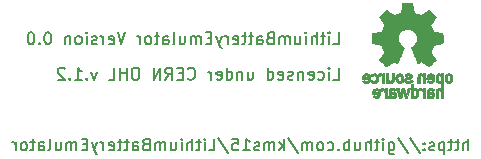
<source format=gbr>
G04 #@! TF.GenerationSoftware,KiCad,Pcbnew,5.1.4+dfsg1-1*
G04 #@! TF.CreationDate,2020-01-04T00:08:43+00:00*
G04 #@! TF.ProjectId,LithiumBatteryEmulator,4c697468-6975-46d4-9261-747465727945,rev?*
G04 #@! TF.SameCoordinates,Original*
G04 #@! TF.FileFunction,Legend,Bot*
G04 #@! TF.FilePolarity,Positive*
%FSLAX46Y46*%
G04 Gerber Fmt 4.6, Leading zero omitted, Abs format (unit mm)*
G04 Created by KiCad (PCBNEW 5.1.4+dfsg1-1) date 2020-01-04 00:08:43*
%MOMM*%
%LPD*%
G04 APERTURE LIST*
%ADD10C,0.150000*%
%ADD11C,0.010000*%
G04 APERTURE END LIST*
D10*
X110688214Y-80952380D02*
X111164404Y-80952380D01*
X111164404Y-79952380D01*
X110354880Y-80952380D02*
X110354880Y-80285714D01*
X110354880Y-79952380D02*
X110402500Y-80000000D01*
X110354880Y-80047619D01*
X110307261Y-80000000D01*
X110354880Y-79952380D01*
X110354880Y-80047619D01*
X109450119Y-80904761D02*
X109545357Y-80952380D01*
X109735833Y-80952380D01*
X109831071Y-80904761D01*
X109878690Y-80857142D01*
X109926309Y-80761904D01*
X109926309Y-80476190D01*
X109878690Y-80380952D01*
X109831071Y-80333333D01*
X109735833Y-80285714D01*
X109545357Y-80285714D01*
X109450119Y-80333333D01*
X108640595Y-80904761D02*
X108735833Y-80952380D01*
X108926309Y-80952380D01*
X109021547Y-80904761D01*
X109069166Y-80809523D01*
X109069166Y-80428571D01*
X109021547Y-80333333D01*
X108926309Y-80285714D01*
X108735833Y-80285714D01*
X108640595Y-80333333D01*
X108592976Y-80428571D01*
X108592976Y-80523809D01*
X109069166Y-80619047D01*
X108164404Y-80285714D02*
X108164404Y-80952380D01*
X108164404Y-80380952D02*
X108116785Y-80333333D01*
X108021547Y-80285714D01*
X107878690Y-80285714D01*
X107783452Y-80333333D01*
X107735833Y-80428571D01*
X107735833Y-80952380D01*
X107307261Y-80904761D02*
X107212023Y-80952380D01*
X107021547Y-80952380D01*
X106926309Y-80904761D01*
X106878690Y-80809523D01*
X106878690Y-80761904D01*
X106926309Y-80666666D01*
X107021547Y-80619047D01*
X107164404Y-80619047D01*
X107259642Y-80571428D01*
X107307261Y-80476190D01*
X107307261Y-80428571D01*
X107259642Y-80333333D01*
X107164404Y-80285714D01*
X107021547Y-80285714D01*
X106926309Y-80333333D01*
X106069166Y-80904761D02*
X106164404Y-80952380D01*
X106354880Y-80952380D01*
X106450119Y-80904761D01*
X106497738Y-80809523D01*
X106497738Y-80428571D01*
X106450119Y-80333333D01*
X106354880Y-80285714D01*
X106164404Y-80285714D01*
X106069166Y-80333333D01*
X106021547Y-80428571D01*
X106021547Y-80523809D01*
X106497738Y-80619047D01*
X105164404Y-80952380D02*
X105164404Y-79952380D01*
X105164404Y-80904761D02*
X105259642Y-80952380D01*
X105450119Y-80952380D01*
X105545357Y-80904761D01*
X105592976Y-80857142D01*
X105640595Y-80761904D01*
X105640595Y-80476190D01*
X105592976Y-80380952D01*
X105545357Y-80333333D01*
X105450119Y-80285714D01*
X105259642Y-80285714D01*
X105164404Y-80333333D01*
X103497738Y-80285714D02*
X103497738Y-80952380D01*
X103926309Y-80285714D02*
X103926309Y-80809523D01*
X103878690Y-80904761D01*
X103783452Y-80952380D01*
X103640595Y-80952380D01*
X103545357Y-80904761D01*
X103497738Y-80857142D01*
X103021547Y-80285714D02*
X103021547Y-80952380D01*
X103021547Y-80380952D02*
X102973928Y-80333333D01*
X102878690Y-80285714D01*
X102735833Y-80285714D01*
X102640595Y-80333333D01*
X102592976Y-80428571D01*
X102592976Y-80952380D01*
X101688214Y-80952380D02*
X101688214Y-79952380D01*
X101688214Y-80904761D02*
X101783452Y-80952380D01*
X101973928Y-80952380D01*
X102069166Y-80904761D01*
X102116785Y-80857142D01*
X102164404Y-80761904D01*
X102164404Y-80476190D01*
X102116785Y-80380952D01*
X102069166Y-80333333D01*
X101973928Y-80285714D01*
X101783452Y-80285714D01*
X101688214Y-80333333D01*
X100831071Y-80904761D02*
X100926309Y-80952380D01*
X101116785Y-80952380D01*
X101212023Y-80904761D01*
X101259642Y-80809523D01*
X101259642Y-80428571D01*
X101212023Y-80333333D01*
X101116785Y-80285714D01*
X100926309Y-80285714D01*
X100831071Y-80333333D01*
X100783452Y-80428571D01*
X100783452Y-80523809D01*
X101259642Y-80619047D01*
X100354880Y-80952380D02*
X100354880Y-80285714D01*
X100354880Y-80476190D02*
X100307261Y-80380952D01*
X100259642Y-80333333D01*
X100164404Y-80285714D01*
X100069166Y-80285714D01*
X98402500Y-80857142D02*
X98450119Y-80904761D01*
X98592976Y-80952380D01*
X98688214Y-80952380D01*
X98831071Y-80904761D01*
X98926309Y-80809523D01*
X98973928Y-80714285D01*
X99021547Y-80523809D01*
X99021547Y-80380952D01*
X98973928Y-80190476D01*
X98926309Y-80095238D01*
X98831071Y-80000000D01*
X98688214Y-79952380D01*
X98592976Y-79952380D01*
X98450119Y-80000000D01*
X98402500Y-80047619D01*
X97973928Y-80428571D02*
X97640595Y-80428571D01*
X97497738Y-80952380D02*
X97973928Y-80952380D01*
X97973928Y-79952380D01*
X97497738Y-79952380D01*
X96497738Y-80952380D02*
X96831071Y-80476190D01*
X97069166Y-80952380D02*
X97069166Y-79952380D01*
X96688214Y-79952380D01*
X96592976Y-80000000D01*
X96545357Y-80047619D01*
X96497738Y-80142857D01*
X96497738Y-80285714D01*
X96545357Y-80380952D01*
X96592976Y-80428571D01*
X96688214Y-80476190D01*
X97069166Y-80476190D01*
X96069166Y-80952380D02*
X96069166Y-79952380D01*
X95497738Y-80952380D01*
X95497738Y-79952380D01*
X94069166Y-79952380D02*
X93878690Y-79952380D01*
X93783452Y-80000000D01*
X93688214Y-80095238D01*
X93640595Y-80285714D01*
X93640595Y-80619047D01*
X93688214Y-80809523D01*
X93783452Y-80904761D01*
X93878690Y-80952380D01*
X94069166Y-80952380D01*
X94164404Y-80904761D01*
X94259642Y-80809523D01*
X94307261Y-80619047D01*
X94307261Y-80285714D01*
X94259642Y-80095238D01*
X94164404Y-80000000D01*
X94069166Y-79952380D01*
X93212023Y-80952380D02*
X93212023Y-79952380D01*
X93212023Y-80428571D02*
X92640595Y-80428571D01*
X92640595Y-80952380D02*
X92640595Y-79952380D01*
X91688214Y-80952380D02*
X92164404Y-80952380D01*
X92164404Y-79952380D01*
X90688214Y-80285714D02*
X90450119Y-80952380D01*
X90212023Y-80285714D01*
X89831071Y-80857142D02*
X89783452Y-80904761D01*
X89831071Y-80952380D01*
X89878690Y-80904761D01*
X89831071Y-80857142D01*
X89831071Y-80952380D01*
X88831071Y-80952380D02*
X89402500Y-80952380D01*
X89116785Y-80952380D02*
X89116785Y-79952380D01*
X89212023Y-80095238D01*
X89307261Y-80190476D01*
X89402500Y-80238095D01*
X88402500Y-80857142D02*
X88354880Y-80904761D01*
X88402500Y-80952380D01*
X88450119Y-80904761D01*
X88402500Y-80857142D01*
X88402500Y-80952380D01*
X87973928Y-80047619D02*
X87926309Y-80000000D01*
X87831071Y-79952380D01*
X87592976Y-79952380D01*
X87497738Y-80000000D01*
X87450119Y-80047619D01*
X87402500Y-80142857D01*
X87402500Y-80238095D01*
X87450119Y-80380952D01*
X88021547Y-80952380D01*
X87402500Y-80952380D01*
X122164404Y-86952380D02*
X122164404Y-85952380D01*
X121735833Y-86952380D02*
X121735833Y-86428571D01*
X121783452Y-86333333D01*
X121878690Y-86285714D01*
X122021547Y-86285714D01*
X122116785Y-86333333D01*
X122164404Y-86380952D01*
X121402500Y-86285714D02*
X121021547Y-86285714D01*
X121259642Y-85952380D02*
X121259642Y-86809523D01*
X121212023Y-86904761D01*
X121116785Y-86952380D01*
X121021547Y-86952380D01*
X120831071Y-86285714D02*
X120450119Y-86285714D01*
X120688214Y-85952380D02*
X120688214Y-86809523D01*
X120640595Y-86904761D01*
X120545357Y-86952380D01*
X120450119Y-86952380D01*
X120116785Y-86285714D02*
X120116785Y-87285714D01*
X120116785Y-86333333D02*
X120021547Y-86285714D01*
X119831071Y-86285714D01*
X119735833Y-86333333D01*
X119688214Y-86380952D01*
X119640595Y-86476190D01*
X119640595Y-86761904D01*
X119688214Y-86857142D01*
X119735833Y-86904761D01*
X119831071Y-86952380D01*
X120021547Y-86952380D01*
X120116785Y-86904761D01*
X119259642Y-86904761D02*
X119164404Y-86952380D01*
X118973928Y-86952380D01*
X118878690Y-86904761D01*
X118831071Y-86809523D01*
X118831071Y-86761904D01*
X118878690Y-86666666D01*
X118973928Y-86619047D01*
X119116785Y-86619047D01*
X119212023Y-86571428D01*
X119259642Y-86476190D01*
X119259642Y-86428571D01*
X119212023Y-86333333D01*
X119116785Y-86285714D01*
X118973928Y-86285714D01*
X118878690Y-86333333D01*
X118402500Y-86857142D02*
X118354880Y-86904761D01*
X118402500Y-86952380D01*
X118450119Y-86904761D01*
X118402500Y-86857142D01*
X118402500Y-86952380D01*
X118402500Y-86333333D02*
X118354880Y-86380952D01*
X118402500Y-86428571D01*
X118450119Y-86380952D01*
X118402500Y-86333333D01*
X118402500Y-86428571D01*
X117212023Y-85904761D02*
X118069166Y-87190476D01*
X116164404Y-85904761D02*
X117021547Y-87190476D01*
X115402500Y-86285714D02*
X115402500Y-87095238D01*
X115450119Y-87190476D01*
X115497738Y-87238095D01*
X115592976Y-87285714D01*
X115735833Y-87285714D01*
X115831071Y-87238095D01*
X115402500Y-86904761D02*
X115497738Y-86952380D01*
X115688214Y-86952380D01*
X115783452Y-86904761D01*
X115831071Y-86857142D01*
X115878690Y-86761904D01*
X115878690Y-86476190D01*
X115831071Y-86380952D01*
X115783452Y-86333333D01*
X115688214Y-86285714D01*
X115497738Y-86285714D01*
X115402500Y-86333333D01*
X114926309Y-86952380D02*
X114926309Y-86285714D01*
X114926309Y-85952380D02*
X114973928Y-86000000D01*
X114926309Y-86047619D01*
X114878690Y-86000000D01*
X114926309Y-85952380D01*
X114926309Y-86047619D01*
X114592976Y-86285714D02*
X114212023Y-86285714D01*
X114450119Y-85952380D02*
X114450119Y-86809523D01*
X114402500Y-86904761D01*
X114307261Y-86952380D01*
X114212023Y-86952380D01*
X113878690Y-86952380D02*
X113878690Y-85952380D01*
X113450119Y-86952380D02*
X113450119Y-86428571D01*
X113497738Y-86333333D01*
X113592976Y-86285714D01*
X113735833Y-86285714D01*
X113831071Y-86333333D01*
X113878690Y-86380952D01*
X112545357Y-86285714D02*
X112545357Y-86952380D01*
X112973928Y-86285714D02*
X112973928Y-86809523D01*
X112926309Y-86904761D01*
X112831071Y-86952380D01*
X112688214Y-86952380D01*
X112592976Y-86904761D01*
X112545357Y-86857142D01*
X112069166Y-86952380D02*
X112069166Y-85952380D01*
X112069166Y-86333333D02*
X111973928Y-86285714D01*
X111783452Y-86285714D01*
X111688214Y-86333333D01*
X111640595Y-86380952D01*
X111592976Y-86476190D01*
X111592976Y-86761904D01*
X111640595Y-86857142D01*
X111688214Y-86904761D01*
X111783452Y-86952380D01*
X111973928Y-86952380D01*
X112069166Y-86904761D01*
X111164404Y-86857142D02*
X111116785Y-86904761D01*
X111164404Y-86952380D01*
X111212023Y-86904761D01*
X111164404Y-86857142D01*
X111164404Y-86952380D01*
X110259642Y-86904761D02*
X110354880Y-86952380D01*
X110545357Y-86952380D01*
X110640595Y-86904761D01*
X110688214Y-86857142D01*
X110735833Y-86761904D01*
X110735833Y-86476190D01*
X110688214Y-86380952D01*
X110640595Y-86333333D01*
X110545357Y-86285714D01*
X110354880Y-86285714D01*
X110259642Y-86333333D01*
X109688214Y-86952380D02*
X109783452Y-86904761D01*
X109831071Y-86857142D01*
X109878690Y-86761904D01*
X109878690Y-86476190D01*
X109831071Y-86380952D01*
X109783452Y-86333333D01*
X109688214Y-86285714D01*
X109545357Y-86285714D01*
X109450119Y-86333333D01*
X109402500Y-86380952D01*
X109354880Y-86476190D01*
X109354880Y-86761904D01*
X109402500Y-86857142D01*
X109450119Y-86904761D01*
X109545357Y-86952380D01*
X109688214Y-86952380D01*
X108926309Y-86952380D02*
X108926309Y-86285714D01*
X108926309Y-86380952D02*
X108878690Y-86333333D01*
X108783452Y-86285714D01*
X108640595Y-86285714D01*
X108545357Y-86333333D01*
X108497738Y-86428571D01*
X108497738Y-86952380D01*
X108497738Y-86428571D02*
X108450119Y-86333333D01*
X108354880Y-86285714D01*
X108212023Y-86285714D01*
X108116785Y-86333333D01*
X108069166Y-86428571D01*
X108069166Y-86952380D01*
X106878690Y-85904761D02*
X107735833Y-87190476D01*
X106545357Y-86952380D02*
X106545357Y-85952380D01*
X106450119Y-86571428D02*
X106164404Y-86952380D01*
X106164404Y-86285714D02*
X106545357Y-86666666D01*
X105735833Y-86952380D02*
X105735833Y-86285714D01*
X105735833Y-86380952D02*
X105688214Y-86333333D01*
X105592976Y-86285714D01*
X105450119Y-86285714D01*
X105354880Y-86333333D01*
X105307261Y-86428571D01*
X105307261Y-86952380D01*
X105307261Y-86428571D02*
X105259642Y-86333333D01*
X105164404Y-86285714D01*
X105021547Y-86285714D01*
X104926309Y-86333333D01*
X104878690Y-86428571D01*
X104878690Y-86952380D01*
X104450119Y-86904761D02*
X104354880Y-86952380D01*
X104164404Y-86952380D01*
X104069166Y-86904761D01*
X104021547Y-86809523D01*
X104021547Y-86761904D01*
X104069166Y-86666666D01*
X104164404Y-86619047D01*
X104307261Y-86619047D01*
X104402500Y-86571428D01*
X104450119Y-86476190D01*
X104450119Y-86428571D01*
X104402500Y-86333333D01*
X104307261Y-86285714D01*
X104164404Y-86285714D01*
X104069166Y-86333333D01*
X103069166Y-86952380D02*
X103640595Y-86952380D01*
X103354880Y-86952380D02*
X103354880Y-85952380D01*
X103450119Y-86095238D01*
X103545357Y-86190476D01*
X103640595Y-86238095D01*
X102164404Y-85952380D02*
X102640595Y-85952380D01*
X102688214Y-86428571D01*
X102640595Y-86380952D01*
X102545357Y-86333333D01*
X102307261Y-86333333D01*
X102212023Y-86380952D01*
X102164404Y-86428571D01*
X102116785Y-86523809D01*
X102116785Y-86761904D01*
X102164404Y-86857142D01*
X102212023Y-86904761D01*
X102307261Y-86952380D01*
X102545357Y-86952380D01*
X102640595Y-86904761D01*
X102688214Y-86857142D01*
X100973928Y-85904761D02*
X101831071Y-87190476D01*
X100164404Y-86952380D02*
X100640595Y-86952380D01*
X100640595Y-85952380D01*
X99831071Y-86952380D02*
X99831071Y-86285714D01*
X99831071Y-85952380D02*
X99878690Y-86000000D01*
X99831071Y-86047619D01*
X99783452Y-86000000D01*
X99831071Y-85952380D01*
X99831071Y-86047619D01*
X99497738Y-86285714D02*
X99116785Y-86285714D01*
X99354880Y-85952380D02*
X99354880Y-86809523D01*
X99307261Y-86904761D01*
X99212023Y-86952380D01*
X99116785Y-86952380D01*
X98783452Y-86952380D02*
X98783452Y-85952380D01*
X98354880Y-86952380D02*
X98354880Y-86428571D01*
X98402500Y-86333333D01*
X98497738Y-86285714D01*
X98640595Y-86285714D01*
X98735833Y-86333333D01*
X98783452Y-86380952D01*
X97878690Y-86952380D02*
X97878690Y-86285714D01*
X97878690Y-85952380D02*
X97926309Y-86000000D01*
X97878690Y-86047619D01*
X97831071Y-86000000D01*
X97878690Y-85952380D01*
X97878690Y-86047619D01*
X96973928Y-86285714D02*
X96973928Y-86952380D01*
X97402500Y-86285714D02*
X97402500Y-86809523D01*
X97354880Y-86904761D01*
X97259642Y-86952380D01*
X97116785Y-86952380D01*
X97021547Y-86904761D01*
X96973928Y-86857142D01*
X96497738Y-86952380D02*
X96497738Y-86285714D01*
X96497738Y-86380952D02*
X96450119Y-86333333D01*
X96354880Y-86285714D01*
X96212023Y-86285714D01*
X96116785Y-86333333D01*
X96069166Y-86428571D01*
X96069166Y-86952380D01*
X96069166Y-86428571D02*
X96021547Y-86333333D01*
X95926309Y-86285714D01*
X95783452Y-86285714D01*
X95688214Y-86333333D01*
X95640595Y-86428571D01*
X95640595Y-86952380D01*
X94831071Y-86428571D02*
X94688214Y-86476190D01*
X94640595Y-86523809D01*
X94592976Y-86619047D01*
X94592976Y-86761904D01*
X94640595Y-86857142D01*
X94688214Y-86904761D01*
X94783452Y-86952380D01*
X95164404Y-86952380D01*
X95164404Y-85952380D01*
X94831071Y-85952380D01*
X94735833Y-86000000D01*
X94688214Y-86047619D01*
X94640595Y-86142857D01*
X94640595Y-86238095D01*
X94688214Y-86333333D01*
X94735833Y-86380952D01*
X94831071Y-86428571D01*
X95164404Y-86428571D01*
X93735833Y-86952380D02*
X93735833Y-86428571D01*
X93783452Y-86333333D01*
X93878690Y-86285714D01*
X94069166Y-86285714D01*
X94164404Y-86333333D01*
X93735833Y-86904761D02*
X93831071Y-86952380D01*
X94069166Y-86952380D01*
X94164404Y-86904761D01*
X94212023Y-86809523D01*
X94212023Y-86714285D01*
X94164404Y-86619047D01*
X94069166Y-86571428D01*
X93831071Y-86571428D01*
X93735833Y-86523809D01*
X93402500Y-86285714D02*
X93021547Y-86285714D01*
X93259642Y-85952380D02*
X93259642Y-86809523D01*
X93212023Y-86904761D01*
X93116785Y-86952380D01*
X93021547Y-86952380D01*
X92831071Y-86285714D02*
X92450119Y-86285714D01*
X92688214Y-85952380D02*
X92688214Y-86809523D01*
X92640595Y-86904761D01*
X92545357Y-86952380D01*
X92450119Y-86952380D01*
X91735833Y-86904761D02*
X91831071Y-86952380D01*
X92021547Y-86952380D01*
X92116785Y-86904761D01*
X92164404Y-86809523D01*
X92164404Y-86428571D01*
X92116785Y-86333333D01*
X92021547Y-86285714D01*
X91831071Y-86285714D01*
X91735833Y-86333333D01*
X91688214Y-86428571D01*
X91688214Y-86523809D01*
X92164404Y-86619047D01*
X91259642Y-86952380D02*
X91259642Y-86285714D01*
X91259642Y-86476190D02*
X91212023Y-86380952D01*
X91164404Y-86333333D01*
X91069166Y-86285714D01*
X90973928Y-86285714D01*
X90735833Y-86285714D02*
X90497738Y-86952380D01*
X90259642Y-86285714D02*
X90497738Y-86952380D01*
X90592976Y-87190476D01*
X90640595Y-87238095D01*
X90735833Y-87285714D01*
X89878690Y-86428571D02*
X89545357Y-86428571D01*
X89402500Y-86952380D02*
X89878690Y-86952380D01*
X89878690Y-85952380D01*
X89402500Y-85952380D01*
X88973928Y-86952380D02*
X88973928Y-86285714D01*
X88973928Y-86380952D02*
X88926309Y-86333333D01*
X88831071Y-86285714D01*
X88688214Y-86285714D01*
X88592976Y-86333333D01*
X88545357Y-86428571D01*
X88545357Y-86952380D01*
X88545357Y-86428571D02*
X88497738Y-86333333D01*
X88402500Y-86285714D01*
X88259642Y-86285714D01*
X88164404Y-86333333D01*
X88116785Y-86428571D01*
X88116785Y-86952380D01*
X87212023Y-86285714D02*
X87212023Y-86952380D01*
X87640595Y-86285714D02*
X87640595Y-86809523D01*
X87592976Y-86904761D01*
X87497738Y-86952380D01*
X87354880Y-86952380D01*
X87259642Y-86904761D01*
X87212023Y-86857142D01*
X86592976Y-86952380D02*
X86688214Y-86904761D01*
X86735833Y-86809523D01*
X86735833Y-85952380D01*
X85783452Y-86952380D02*
X85783452Y-86428571D01*
X85831071Y-86333333D01*
X85926309Y-86285714D01*
X86116785Y-86285714D01*
X86212023Y-86333333D01*
X85783452Y-86904761D02*
X85878690Y-86952380D01*
X86116785Y-86952380D01*
X86212023Y-86904761D01*
X86259642Y-86809523D01*
X86259642Y-86714285D01*
X86212023Y-86619047D01*
X86116785Y-86571428D01*
X85878690Y-86571428D01*
X85783452Y-86523809D01*
X85450119Y-86285714D02*
X85069166Y-86285714D01*
X85307261Y-85952380D02*
X85307261Y-86809523D01*
X85259642Y-86904761D01*
X85164404Y-86952380D01*
X85069166Y-86952380D01*
X84592976Y-86952380D02*
X84688214Y-86904761D01*
X84735833Y-86857142D01*
X84783452Y-86761904D01*
X84783452Y-86476190D01*
X84735833Y-86380952D01*
X84688214Y-86333333D01*
X84592976Y-86285714D01*
X84450119Y-86285714D01*
X84354880Y-86333333D01*
X84307261Y-86380952D01*
X84259642Y-86476190D01*
X84259642Y-86761904D01*
X84307261Y-86857142D01*
X84354880Y-86904761D01*
X84450119Y-86952380D01*
X84592976Y-86952380D01*
X83831071Y-86952380D02*
X83831071Y-86285714D01*
X83831071Y-86476190D02*
X83783452Y-86380952D01*
X83735833Y-86333333D01*
X83640595Y-86285714D01*
X83545357Y-86285714D01*
X110688214Y-77952380D02*
X111164404Y-77952380D01*
X111164404Y-76952380D01*
X110354880Y-77952380D02*
X110354880Y-77285714D01*
X110354880Y-76952380D02*
X110402500Y-77000000D01*
X110354880Y-77047619D01*
X110307261Y-77000000D01*
X110354880Y-76952380D01*
X110354880Y-77047619D01*
X110021547Y-77285714D02*
X109640595Y-77285714D01*
X109878690Y-76952380D02*
X109878690Y-77809523D01*
X109831071Y-77904761D01*
X109735833Y-77952380D01*
X109640595Y-77952380D01*
X109307261Y-77952380D02*
X109307261Y-76952380D01*
X108878690Y-77952380D02*
X108878690Y-77428571D01*
X108926309Y-77333333D01*
X109021547Y-77285714D01*
X109164404Y-77285714D01*
X109259642Y-77333333D01*
X109307261Y-77380952D01*
X108402500Y-77952380D02*
X108402500Y-77285714D01*
X108402500Y-76952380D02*
X108450119Y-77000000D01*
X108402500Y-77047619D01*
X108354880Y-77000000D01*
X108402500Y-76952380D01*
X108402500Y-77047619D01*
X107497738Y-77285714D02*
X107497738Y-77952380D01*
X107926309Y-77285714D02*
X107926309Y-77809523D01*
X107878690Y-77904761D01*
X107783452Y-77952380D01*
X107640595Y-77952380D01*
X107545357Y-77904761D01*
X107497738Y-77857142D01*
X107021547Y-77952380D02*
X107021547Y-77285714D01*
X107021547Y-77380952D02*
X106973928Y-77333333D01*
X106878690Y-77285714D01*
X106735833Y-77285714D01*
X106640595Y-77333333D01*
X106592976Y-77428571D01*
X106592976Y-77952380D01*
X106592976Y-77428571D02*
X106545357Y-77333333D01*
X106450119Y-77285714D01*
X106307261Y-77285714D01*
X106212023Y-77333333D01*
X106164404Y-77428571D01*
X106164404Y-77952380D01*
X105354880Y-77428571D02*
X105212023Y-77476190D01*
X105164404Y-77523809D01*
X105116785Y-77619047D01*
X105116785Y-77761904D01*
X105164404Y-77857142D01*
X105212023Y-77904761D01*
X105307261Y-77952380D01*
X105688214Y-77952380D01*
X105688214Y-76952380D01*
X105354880Y-76952380D01*
X105259642Y-77000000D01*
X105212023Y-77047619D01*
X105164404Y-77142857D01*
X105164404Y-77238095D01*
X105212023Y-77333333D01*
X105259642Y-77380952D01*
X105354880Y-77428571D01*
X105688214Y-77428571D01*
X104259642Y-77952380D02*
X104259642Y-77428571D01*
X104307261Y-77333333D01*
X104402500Y-77285714D01*
X104592976Y-77285714D01*
X104688214Y-77333333D01*
X104259642Y-77904761D02*
X104354880Y-77952380D01*
X104592976Y-77952380D01*
X104688214Y-77904761D01*
X104735833Y-77809523D01*
X104735833Y-77714285D01*
X104688214Y-77619047D01*
X104592976Y-77571428D01*
X104354880Y-77571428D01*
X104259642Y-77523809D01*
X103926309Y-77285714D02*
X103545357Y-77285714D01*
X103783452Y-76952380D02*
X103783452Y-77809523D01*
X103735833Y-77904761D01*
X103640595Y-77952380D01*
X103545357Y-77952380D01*
X103354880Y-77285714D02*
X102973928Y-77285714D01*
X103212023Y-76952380D02*
X103212023Y-77809523D01*
X103164404Y-77904761D01*
X103069166Y-77952380D01*
X102973928Y-77952380D01*
X102259642Y-77904761D02*
X102354880Y-77952380D01*
X102545357Y-77952380D01*
X102640595Y-77904761D01*
X102688214Y-77809523D01*
X102688214Y-77428571D01*
X102640595Y-77333333D01*
X102545357Y-77285714D01*
X102354880Y-77285714D01*
X102259642Y-77333333D01*
X102212023Y-77428571D01*
X102212023Y-77523809D01*
X102688214Y-77619047D01*
X101783452Y-77952380D02*
X101783452Y-77285714D01*
X101783452Y-77476190D02*
X101735833Y-77380952D01*
X101688214Y-77333333D01*
X101592976Y-77285714D01*
X101497738Y-77285714D01*
X101259642Y-77285714D02*
X101021547Y-77952380D01*
X100783452Y-77285714D02*
X101021547Y-77952380D01*
X101116785Y-78190476D01*
X101164404Y-78238095D01*
X101259642Y-78285714D01*
X100402500Y-77428571D02*
X100069166Y-77428571D01*
X99926309Y-77952380D02*
X100402500Y-77952380D01*
X100402500Y-76952380D01*
X99926309Y-76952380D01*
X99497738Y-77952380D02*
X99497738Y-77285714D01*
X99497738Y-77380952D02*
X99450119Y-77333333D01*
X99354880Y-77285714D01*
X99212023Y-77285714D01*
X99116785Y-77333333D01*
X99069166Y-77428571D01*
X99069166Y-77952380D01*
X99069166Y-77428571D02*
X99021547Y-77333333D01*
X98926309Y-77285714D01*
X98783452Y-77285714D01*
X98688214Y-77333333D01*
X98640595Y-77428571D01*
X98640595Y-77952380D01*
X97735833Y-77285714D02*
X97735833Y-77952380D01*
X98164404Y-77285714D02*
X98164404Y-77809523D01*
X98116785Y-77904761D01*
X98021547Y-77952380D01*
X97878690Y-77952380D01*
X97783452Y-77904761D01*
X97735833Y-77857142D01*
X97116785Y-77952380D02*
X97212023Y-77904761D01*
X97259642Y-77809523D01*
X97259642Y-76952380D01*
X96307261Y-77952380D02*
X96307261Y-77428571D01*
X96354880Y-77333333D01*
X96450119Y-77285714D01*
X96640595Y-77285714D01*
X96735833Y-77333333D01*
X96307261Y-77904761D02*
X96402500Y-77952380D01*
X96640595Y-77952380D01*
X96735833Y-77904761D01*
X96783452Y-77809523D01*
X96783452Y-77714285D01*
X96735833Y-77619047D01*
X96640595Y-77571428D01*
X96402500Y-77571428D01*
X96307261Y-77523809D01*
X95973928Y-77285714D02*
X95592976Y-77285714D01*
X95831071Y-76952380D02*
X95831071Y-77809523D01*
X95783452Y-77904761D01*
X95688214Y-77952380D01*
X95592976Y-77952380D01*
X95116785Y-77952380D02*
X95212023Y-77904761D01*
X95259642Y-77857142D01*
X95307261Y-77761904D01*
X95307261Y-77476190D01*
X95259642Y-77380952D01*
X95212023Y-77333333D01*
X95116785Y-77285714D01*
X94973928Y-77285714D01*
X94878690Y-77333333D01*
X94831071Y-77380952D01*
X94783452Y-77476190D01*
X94783452Y-77761904D01*
X94831071Y-77857142D01*
X94878690Y-77904761D01*
X94973928Y-77952380D01*
X95116785Y-77952380D01*
X94354880Y-77952380D02*
X94354880Y-77285714D01*
X94354880Y-77476190D02*
X94307261Y-77380952D01*
X94259642Y-77333333D01*
X94164404Y-77285714D01*
X94069166Y-77285714D01*
X93116785Y-76952380D02*
X92783452Y-77952380D01*
X92450119Y-76952380D01*
X91735833Y-77904761D02*
X91831071Y-77952380D01*
X92021547Y-77952380D01*
X92116785Y-77904761D01*
X92164404Y-77809523D01*
X92164404Y-77428571D01*
X92116785Y-77333333D01*
X92021547Y-77285714D01*
X91831071Y-77285714D01*
X91735833Y-77333333D01*
X91688214Y-77428571D01*
X91688214Y-77523809D01*
X92164404Y-77619047D01*
X91259642Y-77952380D02*
X91259642Y-77285714D01*
X91259642Y-77476190D02*
X91212023Y-77380952D01*
X91164404Y-77333333D01*
X91069166Y-77285714D01*
X90973928Y-77285714D01*
X90688214Y-77904761D02*
X90592976Y-77952380D01*
X90402500Y-77952380D01*
X90307261Y-77904761D01*
X90259642Y-77809523D01*
X90259642Y-77761904D01*
X90307261Y-77666666D01*
X90402500Y-77619047D01*
X90545357Y-77619047D01*
X90640595Y-77571428D01*
X90688214Y-77476190D01*
X90688214Y-77428571D01*
X90640595Y-77333333D01*
X90545357Y-77285714D01*
X90402500Y-77285714D01*
X90307261Y-77333333D01*
X89831071Y-77952380D02*
X89831071Y-77285714D01*
X89831071Y-76952380D02*
X89878690Y-77000000D01*
X89831071Y-77047619D01*
X89783452Y-77000000D01*
X89831071Y-76952380D01*
X89831071Y-77047619D01*
X89212023Y-77952380D02*
X89307261Y-77904761D01*
X89354880Y-77857142D01*
X89402500Y-77761904D01*
X89402500Y-77476190D01*
X89354880Y-77380952D01*
X89307261Y-77333333D01*
X89212023Y-77285714D01*
X89069166Y-77285714D01*
X88973928Y-77333333D01*
X88926309Y-77380952D01*
X88878690Y-77476190D01*
X88878690Y-77761904D01*
X88926309Y-77857142D01*
X88973928Y-77904761D01*
X89069166Y-77952380D01*
X89212023Y-77952380D01*
X88450119Y-77285714D02*
X88450119Y-77952380D01*
X88450119Y-77380952D02*
X88402500Y-77333333D01*
X88307261Y-77285714D01*
X88164404Y-77285714D01*
X88069166Y-77333333D01*
X88021547Y-77428571D01*
X88021547Y-77952380D01*
X86592976Y-76952380D02*
X86497738Y-76952380D01*
X86402500Y-77000000D01*
X86354880Y-77047619D01*
X86307261Y-77142857D01*
X86259642Y-77333333D01*
X86259642Y-77571428D01*
X86307261Y-77761904D01*
X86354880Y-77857142D01*
X86402500Y-77904761D01*
X86497738Y-77952380D01*
X86592976Y-77952380D01*
X86688214Y-77904761D01*
X86735833Y-77857142D01*
X86783452Y-77761904D01*
X86831071Y-77571428D01*
X86831071Y-77333333D01*
X86783452Y-77142857D01*
X86735833Y-77047619D01*
X86688214Y-77000000D01*
X86592976Y-76952380D01*
X85831071Y-77857142D02*
X85783452Y-77904761D01*
X85831071Y-77952380D01*
X85878690Y-77904761D01*
X85831071Y-77857142D01*
X85831071Y-77952380D01*
X85164404Y-76952380D02*
X85069166Y-76952380D01*
X84973928Y-77000000D01*
X84926309Y-77047619D01*
X84878690Y-77142857D01*
X84831071Y-77333333D01*
X84831071Y-77571428D01*
X84878690Y-77761904D01*
X84926309Y-77857142D01*
X84973928Y-77904761D01*
X85069166Y-77952380D01*
X85164404Y-77952380D01*
X85259642Y-77904761D01*
X85307261Y-77857142D01*
X85354880Y-77761904D01*
X85402500Y-77571428D01*
X85402500Y-77333333D01*
X85354880Y-77142857D01*
X85307261Y-77047619D01*
X85259642Y-77000000D01*
X85164404Y-76952380D01*
D11*
G36*
X116499036Y-74898576D02*
G01*
X116423487Y-75299322D01*
X115865959Y-75529154D01*
X115531535Y-75301748D01*
X115437878Y-75238431D01*
X115353218Y-75181896D01*
X115281505Y-75134727D01*
X115226689Y-75099502D01*
X115192720Y-75078805D01*
X115183470Y-75074342D01*
X115166805Y-75085820D01*
X115131194Y-75117551D01*
X115080629Y-75165483D01*
X115019100Y-75225562D01*
X114950601Y-75293733D01*
X114879121Y-75365945D01*
X114808653Y-75438142D01*
X114743189Y-75506273D01*
X114686720Y-75566283D01*
X114643237Y-75614119D01*
X114616732Y-75645727D01*
X114610395Y-75656305D01*
X114619514Y-75675806D01*
X114645080Y-75718531D01*
X114684403Y-75780298D01*
X114734797Y-75856931D01*
X114793573Y-75944248D01*
X114827632Y-75994052D01*
X114889711Y-76084993D01*
X114944874Y-76167059D01*
X114990446Y-76236163D01*
X115023750Y-76288222D01*
X115042110Y-76319150D01*
X115044869Y-76325650D01*
X115038615Y-76344121D01*
X115021566Y-76387172D01*
X114996297Y-76448749D01*
X114965378Y-76522799D01*
X114931382Y-76603270D01*
X114896882Y-76684107D01*
X114864449Y-76759258D01*
X114836657Y-76822671D01*
X114816077Y-76868293D01*
X114805281Y-76890069D01*
X114804644Y-76890926D01*
X114787693Y-76895084D01*
X114742549Y-76904361D01*
X114673890Y-76917844D01*
X114586398Y-76934621D01*
X114484750Y-76953781D01*
X114425444Y-76964830D01*
X114316828Y-76985510D01*
X114218723Y-77005189D01*
X114136091Y-77022789D01*
X114073896Y-77037233D01*
X114037101Y-77047446D01*
X114029704Y-77050686D01*
X114022460Y-77072617D01*
X114016615Y-77122147D01*
X114012165Y-77193485D01*
X114009107Y-77280839D01*
X114007435Y-77378417D01*
X114007147Y-77480426D01*
X114008239Y-77581075D01*
X114010706Y-77674572D01*
X114014544Y-77755125D01*
X114019750Y-77816942D01*
X114026319Y-77854230D01*
X114030259Y-77861993D01*
X114053812Y-77871298D01*
X114103718Y-77884600D01*
X114173377Y-77900337D01*
X114256187Y-77916946D01*
X114285095Y-77922319D01*
X114424469Y-77947848D01*
X114534564Y-77968408D01*
X114619018Y-77984815D01*
X114681470Y-77997887D01*
X114725556Y-78008441D01*
X114754915Y-78017294D01*
X114773185Y-78025263D01*
X114784002Y-78033165D01*
X114785515Y-78034727D01*
X114800623Y-78059886D01*
X114823671Y-78108850D01*
X114852356Y-78175621D01*
X114884378Y-78254205D01*
X114917435Y-78338607D01*
X114949227Y-78422830D01*
X114977451Y-78500879D01*
X114999807Y-78566759D01*
X115013993Y-78614473D01*
X115017707Y-78638027D01*
X115017398Y-78638852D01*
X115004811Y-78658104D01*
X114976256Y-78700463D01*
X114934733Y-78761521D01*
X114883244Y-78836868D01*
X114824789Y-78922096D01*
X114808142Y-78946315D01*
X114748785Y-79034123D01*
X114696553Y-79114238D01*
X114654292Y-79182062D01*
X114624847Y-79232993D01*
X114611063Y-79262431D01*
X114610395Y-79266048D01*
X114621976Y-79285057D01*
X114653976Y-79322714D01*
X114702282Y-79374973D01*
X114762780Y-79437786D01*
X114831356Y-79507106D01*
X114903896Y-79578885D01*
X114976288Y-79649077D01*
X115044416Y-79713635D01*
X115104168Y-79768510D01*
X115151429Y-79809656D01*
X115182087Y-79833026D01*
X115190568Y-79836842D01*
X115210309Y-79827855D01*
X115250726Y-79803616D01*
X115305237Y-79768209D01*
X115347177Y-79739711D01*
X115423171Y-79687418D01*
X115513166Y-79625845D01*
X115603436Y-79564370D01*
X115651968Y-79531469D01*
X115816238Y-79420359D01*
X115954131Y-79494916D01*
X116016951Y-79527578D01*
X116070371Y-79552966D01*
X116106516Y-79567446D01*
X116115716Y-79569460D01*
X116126779Y-79554584D01*
X116148606Y-79512547D01*
X116179566Y-79447227D01*
X116218030Y-79362500D01*
X116262368Y-79262245D01*
X116310953Y-79150339D01*
X116362154Y-79030659D01*
X116414341Y-78907084D01*
X116465887Y-78783491D01*
X116515160Y-78663757D01*
X116560533Y-78551759D01*
X116600375Y-78451377D01*
X116633058Y-78366486D01*
X116656951Y-78300965D01*
X116670426Y-78258690D01*
X116672594Y-78244172D01*
X116655417Y-78225653D01*
X116617810Y-78195590D01*
X116567634Y-78160232D01*
X116563422Y-78157434D01*
X116433736Y-78053625D01*
X116329166Y-77932515D01*
X116250619Y-77797976D01*
X116199001Y-77653882D01*
X116175218Y-77504105D01*
X116180177Y-77352517D01*
X116214783Y-77202992D01*
X116279943Y-77059400D01*
X116299114Y-77027984D01*
X116398826Y-76901125D01*
X116516623Y-76799255D01*
X116648429Y-76722904D01*
X116790167Y-76672602D01*
X116937758Y-76648879D01*
X117087127Y-76652265D01*
X117234197Y-76683288D01*
X117374889Y-76742480D01*
X117505127Y-76830369D01*
X117545414Y-76866042D01*
X117647945Y-76977706D01*
X117722659Y-77095257D01*
X117773910Y-77227020D01*
X117802454Y-77357507D01*
X117809500Y-77504216D01*
X117786004Y-77651653D01*
X117734351Y-77794834D01*
X117656929Y-77928777D01*
X117556125Y-78048498D01*
X117434324Y-78149014D01*
X117418316Y-78159609D01*
X117367602Y-78194306D01*
X117329050Y-78224370D01*
X117310619Y-78243565D01*
X117310351Y-78244172D01*
X117314308Y-78264936D01*
X117329993Y-78312062D01*
X117355778Y-78381673D01*
X117390031Y-78469893D01*
X117431123Y-78572844D01*
X117477424Y-78686650D01*
X117527304Y-78807435D01*
X117579133Y-78931321D01*
X117631281Y-79054432D01*
X117682118Y-79172891D01*
X117730013Y-79282823D01*
X117773338Y-79380349D01*
X117810462Y-79461593D01*
X117839756Y-79522679D01*
X117859588Y-79559730D01*
X117867574Y-79569460D01*
X117891979Y-79561883D01*
X117937642Y-79541560D01*
X117996690Y-79512125D01*
X118029160Y-79494916D01*
X118167053Y-79420359D01*
X118331323Y-79531469D01*
X118415179Y-79588390D01*
X118506987Y-79651030D01*
X118593020Y-79710011D01*
X118636113Y-79739711D01*
X118696723Y-79780410D01*
X118748045Y-79812663D01*
X118783385Y-79832384D01*
X118794863Y-79836554D01*
X118811570Y-79825307D01*
X118848546Y-79793911D01*
X118902205Y-79745624D01*
X118968962Y-79683708D01*
X119045234Y-79611421D01*
X119093473Y-79565008D01*
X119177867Y-79482087D01*
X119250803Y-79407920D01*
X119309331Y-79345680D01*
X119350503Y-79298541D01*
X119371372Y-79269673D01*
X119373374Y-79263815D01*
X119364083Y-79241532D01*
X119338409Y-79196477D01*
X119299200Y-79133211D01*
X119249303Y-79056295D01*
X119191567Y-78970292D01*
X119175149Y-78946315D01*
X119115323Y-78859170D01*
X119061650Y-78780710D01*
X119017130Y-78715345D01*
X118984765Y-78667484D01*
X118967555Y-78641535D01*
X118965893Y-78638852D01*
X118968379Y-78618172D01*
X118981577Y-78572704D01*
X119003186Y-78508444D01*
X119030904Y-78431387D01*
X119062430Y-78347529D01*
X119095463Y-78262866D01*
X119127701Y-78183392D01*
X119156843Y-78115104D01*
X119180588Y-78063997D01*
X119196635Y-78036067D01*
X119197775Y-78034727D01*
X119207588Y-78026745D01*
X119224161Y-78018851D01*
X119251132Y-78010229D01*
X119292139Y-78000062D01*
X119350820Y-77987531D01*
X119430813Y-77971821D01*
X119535755Y-77952113D01*
X119669285Y-77927592D01*
X119698196Y-77922319D01*
X119783882Y-77905764D01*
X119858582Y-77889569D01*
X119915694Y-77875296D01*
X119948617Y-77864508D01*
X119953031Y-77861993D01*
X119960306Y-77839696D01*
X119966219Y-77789869D01*
X119970766Y-77718304D01*
X119973945Y-77630793D01*
X119975749Y-77533128D01*
X119976177Y-77431101D01*
X119975223Y-77330503D01*
X119972884Y-77237127D01*
X119969156Y-77156765D01*
X119964034Y-77095209D01*
X119957516Y-77058250D01*
X119953586Y-77050686D01*
X119931708Y-77043056D01*
X119881891Y-77030642D01*
X119809097Y-77014522D01*
X119718289Y-76995773D01*
X119614431Y-76975471D01*
X119557846Y-76964830D01*
X119450486Y-76944760D01*
X119354746Y-76926580D01*
X119275306Y-76911199D01*
X119216846Y-76899531D01*
X119184045Y-76892488D01*
X119178646Y-76890926D01*
X119169522Y-76873322D01*
X119150235Y-76830918D01*
X119123355Y-76769772D01*
X119091454Y-76695943D01*
X119057102Y-76615489D01*
X119022871Y-76534468D01*
X118991331Y-76458937D01*
X118965054Y-76394955D01*
X118946611Y-76348580D01*
X118938571Y-76325869D01*
X118938422Y-76324876D01*
X118947535Y-76306961D01*
X118973086Y-76265733D01*
X119012388Y-76205291D01*
X119062757Y-76129731D01*
X119121506Y-76043152D01*
X119155658Y-75993421D01*
X119217890Y-75902236D01*
X119273164Y-75819449D01*
X119318782Y-75749249D01*
X119352048Y-75695824D01*
X119370264Y-75663361D01*
X119372895Y-75656083D01*
X119361586Y-75639145D01*
X119330319Y-75602978D01*
X119283090Y-75551635D01*
X119223892Y-75489167D01*
X119156719Y-75419626D01*
X119085566Y-75347065D01*
X119014426Y-75275535D01*
X118947293Y-75209087D01*
X118888161Y-75151774D01*
X118841025Y-75107647D01*
X118809877Y-75080759D01*
X118799457Y-75074342D01*
X118782491Y-75083365D01*
X118741911Y-75108715D01*
X118681663Y-75147810D01*
X118605693Y-75198071D01*
X118517946Y-75256917D01*
X118451756Y-75301748D01*
X118117332Y-75529154D01*
X117838567Y-75414238D01*
X117559803Y-75299322D01*
X117484254Y-74898576D01*
X117408706Y-74497829D01*
X116574585Y-74497829D01*
X116499036Y-74898576D01*
X116499036Y-74898576D01*
G37*
X116499036Y-74898576D02*
X116423487Y-75299322D01*
X115865959Y-75529154D01*
X115531535Y-75301748D01*
X115437878Y-75238431D01*
X115353218Y-75181896D01*
X115281505Y-75134727D01*
X115226689Y-75099502D01*
X115192720Y-75078805D01*
X115183470Y-75074342D01*
X115166805Y-75085820D01*
X115131194Y-75117551D01*
X115080629Y-75165483D01*
X115019100Y-75225562D01*
X114950601Y-75293733D01*
X114879121Y-75365945D01*
X114808653Y-75438142D01*
X114743189Y-75506273D01*
X114686720Y-75566283D01*
X114643237Y-75614119D01*
X114616732Y-75645727D01*
X114610395Y-75656305D01*
X114619514Y-75675806D01*
X114645080Y-75718531D01*
X114684403Y-75780298D01*
X114734797Y-75856931D01*
X114793573Y-75944248D01*
X114827632Y-75994052D01*
X114889711Y-76084993D01*
X114944874Y-76167059D01*
X114990446Y-76236163D01*
X115023750Y-76288222D01*
X115042110Y-76319150D01*
X115044869Y-76325650D01*
X115038615Y-76344121D01*
X115021566Y-76387172D01*
X114996297Y-76448749D01*
X114965378Y-76522799D01*
X114931382Y-76603270D01*
X114896882Y-76684107D01*
X114864449Y-76759258D01*
X114836657Y-76822671D01*
X114816077Y-76868293D01*
X114805281Y-76890069D01*
X114804644Y-76890926D01*
X114787693Y-76895084D01*
X114742549Y-76904361D01*
X114673890Y-76917844D01*
X114586398Y-76934621D01*
X114484750Y-76953781D01*
X114425444Y-76964830D01*
X114316828Y-76985510D01*
X114218723Y-77005189D01*
X114136091Y-77022789D01*
X114073896Y-77037233D01*
X114037101Y-77047446D01*
X114029704Y-77050686D01*
X114022460Y-77072617D01*
X114016615Y-77122147D01*
X114012165Y-77193485D01*
X114009107Y-77280839D01*
X114007435Y-77378417D01*
X114007147Y-77480426D01*
X114008239Y-77581075D01*
X114010706Y-77674572D01*
X114014544Y-77755125D01*
X114019750Y-77816942D01*
X114026319Y-77854230D01*
X114030259Y-77861993D01*
X114053812Y-77871298D01*
X114103718Y-77884600D01*
X114173377Y-77900337D01*
X114256187Y-77916946D01*
X114285095Y-77922319D01*
X114424469Y-77947848D01*
X114534564Y-77968408D01*
X114619018Y-77984815D01*
X114681470Y-77997887D01*
X114725556Y-78008441D01*
X114754915Y-78017294D01*
X114773185Y-78025263D01*
X114784002Y-78033165D01*
X114785515Y-78034727D01*
X114800623Y-78059886D01*
X114823671Y-78108850D01*
X114852356Y-78175621D01*
X114884378Y-78254205D01*
X114917435Y-78338607D01*
X114949227Y-78422830D01*
X114977451Y-78500879D01*
X114999807Y-78566759D01*
X115013993Y-78614473D01*
X115017707Y-78638027D01*
X115017398Y-78638852D01*
X115004811Y-78658104D01*
X114976256Y-78700463D01*
X114934733Y-78761521D01*
X114883244Y-78836868D01*
X114824789Y-78922096D01*
X114808142Y-78946315D01*
X114748785Y-79034123D01*
X114696553Y-79114238D01*
X114654292Y-79182062D01*
X114624847Y-79232993D01*
X114611063Y-79262431D01*
X114610395Y-79266048D01*
X114621976Y-79285057D01*
X114653976Y-79322714D01*
X114702282Y-79374973D01*
X114762780Y-79437786D01*
X114831356Y-79507106D01*
X114903896Y-79578885D01*
X114976288Y-79649077D01*
X115044416Y-79713635D01*
X115104168Y-79768510D01*
X115151429Y-79809656D01*
X115182087Y-79833026D01*
X115190568Y-79836842D01*
X115210309Y-79827855D01*
X115250726Y-79803616D01*
X115305237Y-79768209D01*
X115347177Y-79739711D01*
X115423171Y-79687418D01*
X115513166Y-79625845D01*
X115603436Y-79564370D01*
X115651968Y-79531469D01*
X115816238Y-79420359D01*
X115954131Y-79494916D01*
X116016951Y-79527578D01*
X116070371Y-79552966D01*
X116106516Y-79567446D01*
X116115716Y-79569460D01*
X116126779Y-79554584D01*
X116148606Y-79512547D01*
X116179566Y-79447227D01*
X116218030Y-79362500D01*
X116262368Y-79262245D01*
X116310953Y-79150339D01*
X116362154Y-79030659D01*
X116414341Y-78907084D01*
X116465887Y-78783491D01*
X116515160Y-78663757D01*
X116560533Y-78551759D01*
X116600375Y-78451377D01*
X116633058Y-78366486D01*
X116656951Y-78300965D01*
X116670426Y-78258690D01*
X116672594Y-78244172D01*
X116655417Y-78225653D01*
X116617810Y-78195590D01*
X116567634Y-78160232D01*
X116563422Y-78157434D01*
X116433736Y-78053625D01*
X116329166Y-77932515D01*
X116250619Y-77797976D01*
X116199001Y-77653882D01*
X116175218Y-77504105D01*
X116180177Y-77352517D01*
X116214783Y-77202992D01*
X116279943Y-77059400D01*
X116299114Y-77027984D01*
X116398826Y-76901125D01*
X116516623Y-76799255D01*
X116648429Y-76722904D01*
X116790167Y-76672602D01*
X116937758Y-76648879D01*
X117087127Y-76652265D01*
X117234197Y-76683288D01*
X117374889Y-76742480D01*
X117505127Y-76830369D01*
X117545414Y-76866042D01*
X117647945Y-76977706D01*
X117722659Y-77095257D01*
X117773910Y-77227020D01*
X117802454Y-77357507D01*
X117809500Y-77504216D01*
X117786004Y-77651653D01*
X117734351Y-77794834D01*
X117656929Y-77928777D01*
X117556125Y-78048498D01*
X117434324Y-78149014D01*
X117418316Y-78159609D01*
X117367602Y-78194306D01*
X117329050Y-78224370D01*
X117310619Y-78243565D01*
X117310351Y-78244172D01*
X117314308Y-78264936D01*
X117329993Y-78312062D01*
X117355778Y-78381673D01*
X117390031Y-78469893D01*
X117431123Y-78572844D01*
X117477424Y-78686650D01*
X117527304Y-78807435D01*
X117579133Y-78931321D01*
X117631281Y-79054432D01*
X117682118Y-79172891D01*
X117730013Y-79282823D01*
X117773338Y-79380349D01*
X117810462Y-79461593D01*
X117839756Y-79522679D01*
X117859588Y-79559730D01*
X117867574Y-79569460D01*
X117891979Y-79561883D01*
X117937642Y-79541560D01*
X117996690Y-79512125D01*
X118029160Y-79494916D01*
X118167053Y-79420359D01*
X118331323Y-79531469D01*
X118415179Y-79588390D01*
X118506987Y-79651030D01*
X118593020Y-79710011D01*
X118636113Y-79739711D01*
X118696723Y-79780410D01*
X118748045Y-79812663D01*
X118783385Y-79832384D01*
X118794863Y-79836554D01*
X118811570Y-79825307D01*
X118848546Y-79793911D01*
X118902205Y-79745624D01*
X118968962Y-79683708D01*
X119045234Y-79611421D01*
X119093473Y-79565008D01*
X119177867Y-79482087D01*
X119250803Y-79407920D01*
X119309331Y-79345680D01*
X119350503Y-79298541D01*
X119371372Y-79269673D01*
X119373374Y-79263815D01*
X119364083Y-79241532D01*
X119338409Y-79196477D01*
X119299200Y-79133211D01*
X119249303Y-79056295D01*
X119191567Y-78970292D01*
X119175149Y-78946315D01*
X119115323Y-78859170D01*
X119061650Y-78780710D01*
X119017130Y-78715345D01*
X118984765Y-78667484D01*
X118967555Y-78641535D01*
X118965893Y-78638852D01*
X118968379Y-78618172D01*
X118981577Y-78572704D01*
X119003186Y-78508444D01*
X119030904Y-78431387D01*
X119062430Y-78347529D01*
X119095463Y-78262866D01*
X119127701Y-78183392D01*
X119156843Y-78115104D01*
X119180588Y-78063997D01*
X119196635Y-78036067D01*
X119197775Y-78034727D01*
X119207588Y-78026745D01*
X119224161Y-78018851D01*
X119251132Y-78010229D01*
X119292139Y-78000062D01*
X119350820Y-77987531D01*
X119430813Y-77971821D01*
X119535755Y-77952113D01*
X119669285Y-77927592D01*
X119698196Y-77922319D01*
X119783882Y-77905764D01*
X119858582Y-77889569D01*
X119915694Y-77875296D01*
X119948617Y-77864508D01*
X119953031Y-77861993D01*
X119960306Y-77839696D01*
X119966219Y-77789869D01*
X119970766Y-77718304D01*
X119973945Y-77630793D01*
X119975749Y-77533128D01*
X119976177Y-77431101D01*
X119975223Y-77330503D01*
X119972884Y-77237127D01*
X119969156Y-77156765D01*
X119964034Y-77095209D01*
X119957516Y-77058250D01*
X119953586Y-77050686D01*
X119931708Y-77043056D01*
X119881891Y-77030642D01*
X119809097Y-77014522D01*
X119718289Y-76995773D01*
X119614431Y-76975471D01*
X119557846Y-76964830D01*
X119450486Y-76944760D01*
X119354746Y-76926580D01*
X119275306Y-76911199D01*
X119216846Y-76899531D01*
X119184045Y-76892488D01*
X119178646Y-76890926D01*
X119169522Y-76873322D01*
X119150235Y-76830918D01*
X119123355Y-76769772D01*
X119091454Y-76695943D01*
X119057102Y-76615489D01*
X119022871Y-76534468D01*
X118991331Y-76458937D01*
X118965054Y-76394955D01*
X118946611Y-76348580D01*
X118938571Y-76325869D01*
X118938422Y-76324876D01*
X118947535Y-76306961D01*
X118973086Y-76265733D01*
X119012388Y-76205291D01*
X119062757Y-76129731D01*
X119121506Y-76043152D01*
X119155658Y-75993421D01*
X119217890Y-75902236D01*
X119273164Y-75819449D01*
X119318782Y-75749249D01*
X119352048Y-75695824D01*
X119370264Y-75663361D01*
X119372895Y-75656083D01*
X119361586Y-75639145D01*
X119330319Y-75602978D01*
X119283090Y-75551635D01*
X119223892Y-75489167D01*
X119156719Y-75419626D01*
X119085566Y-75347065D01*
X119014426Y-75275535D01*
X118947293Y-75209087D01*
X118888161Y-75151774D01*
X118841025Y-75107647D01*
X118809877Y-75080759D01*
X118799457Y-75074342D01*
X118782491Y-75083365D01*
X118741911Y-75108715D01*
X118681663Y-75147810D01*
X118605693Y-75198071D01*
X118517946Y-75256917D01*
X118451756Y-75301748D01*
X118117332Y-75529154D01*
X117838567Y-75414238D01*
X117559803Y-75299322D01*
X117484254Y-74898576D01*
X117408706Y-74497829D01*
X116574585Y-74497829D01*
X116499036Y-74898576D01*
G36*
X114608612Y-80437645D02*
G01*
X114551135Y-80455206D01*
X114514128Y-80477395D01*
X114502073Y-80494942D01*
X114505391Y-80515742D01*
X114526921Y-80548419D01*
X114545126Y-80571562D01*
X114582656Y-80613402D01*
X114610852Y-80631005D01*
X114634889Y-80629856D01*
X114706192Y-80611710D01*
X114758558Y-80612534D01*
X114801082Y-80633098D01*
X114815358Y-80645134D01*
X114861053Y-80687483D01*
X114861053Y-81240526D01*
X115044869Y-81240526D01*
X115044869Y-80438421D01*
X114952961Y-80438421D01*
X114897781Y-80440603D01*
X114869312Y-80448351D01*
X114861057Y-80463468D01*
X114861053Y-80463916D01*
X114857155Y-80479749D01*
X114839526Y-80477684D01*
X114815099Y-80466261D01*
X114764650Y-80445005D01*
X114723684Y-80432216D01*
X114670972Y-80428938D01*
X114608612Y-80437645D01*
X114608612Y-80437645D01*
G37*
X114608612Y-80437645D02*
X114551135Y-80455206D01*
X114514128Y-80477395D01*
X114502073Y-80494942D01*
X114505391Y-80515742D01*
X114526921Y-80548419D01*
X114545126Y-80571562D01*
X114582656Y-80613402D01*
X114610852Y-80631005D01*
X114634889Y-80629856D01*
X114706192Y-80611710D01*
X114758558Y-80612534D01*
X114801082Y-80633098D01*
X114815358Y-80645134D01*
X114861053Y-80687483D01*
X114861053Y-81240526D01*
X115044869Y-81240526D01*
X115044869Y-80438421D01*
X114952961Y-80438421D01*
X114897781Y-80440603D01*
X114869312Y-80448351D01*
X114861057Y-80463468D01*
X114861053Y-80463916D01*
X114857155Y-80479749D01*
X114839526Y-80477684D01*
X114815099Y-80466261D01*
X114764650Y-80445005D01*
X114723684Y-80432216D01*
X114670972Y-80428938D01*
X114608612Y-80437645D01*
G36*
X118002043Y-80452226D02*
G01*
X117960454Y-80472090D01*
X117920175Y-80500784D01*
X117889490Y-80533809D01*
X117867139Y-80575931D01*
X117851864Y-80631915D01*
X117842408Y-80706528D01*
X117837513Y-80804535D01*
X117835919Y-80930702D01*
X117835894Y-80943914D01*
X117835527Y-81240526D01*
X118019343Y-81240526D01*
X118019343Y-80967081D01*
X118019473Y-80865777D01*
X118020379Y-80792353D01*
X118022827Y-80741271D01*
X118027586Y-80706990D01*
X118035426Y-80683971D01*
X118047115Y-80666673D01*
X118063398Y-80649581D01*
X118120366Y-80612857D01*
X118182555Y-80606042D01*
X118241801Y-80629261D01*
X118262405Y-80646543D01*
X118277530Y-80662791D01*
X118288390Y-80680191D01*
X118295690Y-80704212D01*
X118300137Y-80740322D01*
X118302436Y-80793988D01*
X118303296Y-80870680D01*
X118303422Y-80964043D01*
X118303422Y-81240526D01*
X118487237Y-81240526D01*
X118487237Y-80438421D01*
X118395329Y-80438421D01*
X118340149Y-80440603D01*
X118311680Y-80448351D01*
X118303425Y-80463468D01*
X118303422Y-80463916D01*
X118299592Y-80478720D01*
X118282699Y-80477040D01*
X118249112Y-80460773D01*
X118172937Y-80436840D01*
X118085800Y-80434178D01*
X118002043Y-80452226D01*
X118002043Y-80452226D01*
G37*
X118002043Y-80452226D02*
X117960454Y-80472090D01*
X117920175Y-80500784D01*
X117889490Y-80533809D01*
X117867139Y-80575931D01*
X117851864Y-80631915D01*
X117842408Y-80706528D01*
X117837513Y-80804535D01*
X117835919Y-80930702D01*
X117835894Y-80943914D01*
X117835527Y-81240526D01*
X118019343Y-81240526D01*
X118019343Y-80967081D01*
X118019473Y-80865777D01*
X118020379Y-80792353D01*
X118022827Y-80741271D01*
X118027586Y-80706990D01*
X118035426Y-80683971D01*
X118047115Y-80666673D01*
X118063398Y-80649581D01*
X118120366Y-80612857D01*
X118182555Y-80606042D01*
X118241801Y-80629261D01*
X118262405Y-80646543D01*
X118277530Y-80662791D01*
X118288390Y-80680191D01*
X118295690Y-80704212D01*
X118300137Y-80740322D01*
X118302436Y-80793988D01*
X118303296Y-80870680D01*
X118303422Y-80964043D01*
X118303422Y-81240526D01*
X118487237Y-81240526D01*
X118487237Y-80438421D01*
X118395329Y-80438421D01*
X118340149Y-80440603D01*
X118311680Y-80448351D01*
X118303425Y-80463468D01*
X118303422Y-80463916D01*
X118299592Y-80478720D01*
X118282699Y-80477040D01*
X118249112Y-80460773D01*
X118172937Y-80436840D01*
X118085800Y-80434178D01*
X118002043Y-80452226D01*
G36*
X113441216Y-80435554D02*
G01*
X113398426Y-80445949D01*
X113316391Y-80484013D01*
X113246243Y-80542149D01*
X113197695Y-80611852D01*
X113191025Y-80627502D01*
X113181876Y-80668496D01*
X113175471Y-80729138D01*
X113173290Y-80790430D01*
X113173290Y-80906316D01*
X113415593Y-80906316D01*
X113515529Y-80906693D01*
X113585931Y-80908987D01*
X113630687Y-80914938D01*
X113653685Y-80926285D01*
X113658811Y-80944771D01*
X113649952Y-80972136D01*
X113634083Y-81004155D01*
X113589816Y-81057592D01*
X113528301Y-81084215D01*
X113453115Y-81083347D01*
X113367947Y-81054371D01*
X113294341Y-81018611D01*
X113233266Y-81066904D01*
X113172190Y-81115197D01*
X113229649Y-81168285D01*
X113306359Y-81218445D01*
X113400698Y-81248688D01*
X113502173Y-81257151D01*
X113600289Y-81241974D01*
X113616119Y-81236824D01*
X113702353Y-81191791D01*
X113766499Y-81124652D01*
X113809909Y-81033405D01*
X113833936Y-80916044D01*
X113834216Y-80913529D01*
X113836367Y-80785627D01*
X113827671Y-80739997D01*
X113657895Y-80739997D01*
X113642303Y-80747013D01*
X113599971Y-80752388D01*
X113537566Y-80755457D01*
X113498019Y-80755921D01*
X113424272Y-80755630D01*
X113378160Y-80753783D01*
X113353900Y-80748912D01*
X113345706Y-80739555D01*
X113347794Y-80724245D01*
X113349545Y-80718322D01*
X113379440Y-80662668D01*
X113426458Y-80617815D01*
X113467951Y-80598105D01*
X113523074Y-80599295D01*
X113578932Y-80623875D01*
X113625788Y-80664570D01*
X113653906Y-80714108D01*
X113657895Y-80739997D01*
X113827671Y-80739997D01*
X113814926Y-80673133D01*
X113772389Y-80578727D01*
X113711253Y-80505088D01*
X113634015Y-80454893D01*
X113543170Y-80430822D01*
X113441216Y-80435554D01*
X113441216Y-80435554D01*
G37*
X113441216Y-80435554D02*
X113398426Y-80445949D01*
X113316391Y-80484013D01*
X113246243Y-80542149D01*
X113197695Y-80611852D01*
X113191025Y-80627502D01*
X113181876Y-80668496D01*
X113175471Y-80729138D01*
X113173290Y-80790430D01*
X113173290Y-80906316D01*
X113415593Y-80906316D01*
X113515529Y-80906693D01*
X113585931Y-80908987D01*
X113630687Y-80914938D01*
X113653685Y-80926285D01*
X113658811Y-80944771D01*
X113649952Y-80972136D01*
X113634083Y-81004155D01*
X113589816Y-81057592D01*
X113528301Y-81084215D01*
X113453115Y-81083347D01*
X113367947Y-81054371D01*
X113294341Y-81018611D01*
X113233266Y-81066904D01*
X113172190Y-81115197D01*
X113229649Y-81168285D01*
X113306359Y-81218445D01*
X113400698Y-81248688D01*
X113502173Y-81257151D01*
X113600289Y-81241974D01*
X113616119Y-81236824D01*
X113702353Y-81191791D01*
X113766499Y-81124652D01*
X113809909Y-81033405D01*
X113833936Y-80916044D01*
X113834216Y-80913529D01*
X113836367Y-80785627D01*
X113827671Y-80739997D01*
X113657895Y-80739997D01*
X113642303Y-80747013D01*
X113599971Y-80752388D01*
X113537566Y-80755457D01*
X113498019Y-80755921D01*
X113424272Y-80755630D01*
X113378160Y-80753783D01*
X113353900Y-80748912D01*
X113345706Y-80739555D01*
X113347794Y-80724245D01*
X113349545Y-80718322D01*
X113379440Y-80662668D01*
X113426458Y-80617815D01*
X113467951Y-80598105D01*
X113523074Y-80599295D01*
X113578932Y-80623875D01*
X113625788Y-80664570D01*
X113653906Y-80714108D01*
X113657895Y-80739997D01*
X113827671Y-80739997D01*
X113814926Y-80673133D01*
X113772389Y-80578727D01*
X113711253Y-80505088D01*
X113634015Y-80454893D01*
X113543170Y-80430822D01*
X113441216Y-80435554D01*
G36*
X114053424Y-80445419D02*
G01*
X113956605Y-80486549D01*
X113926110Y-80506571D01*
X113887135Y-80537340D01*
X113862669Y-80561533D01*
X113858422Y-80569413D01*
X113870416Y-80586899D01*
X113901113Y-80616570D01*
X113925688Y-80637279D01*
X113992954Y-80691336D01*
X114046070Y-80646642D01*
X114087116Y-80617789D01*
X114127137Y-80607829D01*
X114172941Y-80610261D01*
X114245676Y-80628345D01*
X114295744Y-80665881D01*
X114326171Y-80726562D01*
X114339983Y-80814081D01*
X114339987Y-80814136D01*
X114338792Y-80911958D01*
X114320228Y-80983730D01*
X114283196Y-81032595D01*
X114257950Y-81049143D01*
X114190903Y-81069749D01*
X114119291Y-81069762D01*
X114056985Y-81049768D01*
X114042237Y-81040000D01*
X114005250Y-81015047D01*
X113976332Y-81010958D01*
X113945144Y-81029530D01*
X113910664Y-81062887D01*
X113856088Y-81119196D01*
X113916682Y-81169142D01*
X114010302Y-81225513D01*
X114115875Y-81253293D01*
X114226202Y-81251282D01*
X114298657Y-81232862D01*
X114383344Y-81187310D01*
X114451073Y-81115650D01*
X114481843Y-81065066D01*
X114506764Y-80992488D01*
X114519234Y-80900569D01*
X114519330Y-80800948D01*
X114507130Y-80705267D01*
X114482710Y-80625169D01*
X114478864Y-80616956D01*
X114421907Y-80536413D01*
X114344791Y-80477771D01*
X114253610Y-80442247D01*
X114154457Y-80431057D01*
X114053424Y-80445419D01*
X114053424Y-80445419D01*
G37*
X114053424Y-80445419D02*
X113956605Y-80486549D01*
X113926110Y-80506571D01*
X113887135Y-80537340D01*
X113862669Y-80561533D01*
X113858422Y-80569413D01*
X113870416Y-80586899D01*
X113901113Y-80616570D01*
X113925688Y-80637279D01*
X113992954Y-80691336D01*
X114046070Y-80646642D01*
X114087116Y-80617789D01*
X114127137Y-80607829D01*
X114172941Y-80610261D01*
X114245676Y-80628345D01*
X114295744Y-80665881D01*
X114326171Y-80726562D01*
X114339983Y-80814081D01*
X114339987Y-80814136D01*
X114338792Y-80911958D01*
X114320228Y-80983730D01*
X114283196Y-81032595D01*
X114257950Y-81049143D01*
X114190903Y-81069749D01*
X114119291Y-81069762D01*
X114056985Y-81049768D01*
X114042237Y-81040000D01*
X114005250Y-81015047D01*
X113976332Y-81010958D01*
X113945144Y-81029530D01*
X113910664Y-81062887D01*
X113856088Y-81119196D01*
X113916682Y-81169142D01*
X114010302Y-81225513D01*
X114115875Y-81253293D01*
X114226202Y-81251282D01*
X114298657Y-81232862D01*
X114383344Y-81187310D01*
X114451073Y-81115650D01*
X114481843Y-81065066D01*
X114506764Y-80992488D01*
X114519234Y-80900569D01*
X114519330Y-80800948D01*
X114507130Y-80705267D01*
X114482710Y-80625169D01*
X114478864Y-80616956D01*
X114421907Y-80536413D01*
X114344791Y-80477771D01*
X114253610Y-80442247D01*
X114154457Y-80431057D01*
X114053424Y-80445419D01*
G36*
X115679869Y-80698533D02*
G01*
X115678290Y-80821089D01*
X115672519Y-80914179D01*
X115661009Y-80981651D01*
X115642210Y-81027355D01*
X115614574Y-81055139D01*
X115576552Y-81068854D01*
X115529474Y-81072358D01*
X115480168Y-81068432D01*
X115442717Y-81054089D01*
X115415572Y-81025478D01*
X115397185Y-80978751D01*
X115386007Y-80910058D01*
X115380489Y-80815550D01*
X115379079Y-80698533D01*
X115379079Y-80438421D01*
X115195264Y-80438421D01*
X115195264Y-81240526D01*
X115287172Y-81240526D01*
X115342578Y-81238281D01*
X115371109Y-81230396D01*
X115379079Y-81215428D01*
X115383880Y-81202097D01*
X115402986Y-81204917D01*
X115441496Y-81223783D01*
X115529761Y-81252887D01*
X115623377Y-81250825D01*
X115713079Y-81219221D01*
X115755796Y-81194257D01*
X115788379Y-81167226D01*
X115812183Y-81133405D01*
X115828561Y-81088068D01*
X115838869Y-81026489D01*
X115844459Y-80943943D01*
X115846688Y-80835705D01*
X115846974Y-80752004D01*
X115846974Y-80438421D01*
X115679869Y-80438421D01*
X115679869Y-80698533D01*
X115679869Y-80698533D01*
G37*
X115679869Y-80698533D02*
X115678290Y-80821089D01*
X115672519Y-80914179D01*
X115661009Y-80981651D01*
X115642210Y-81027355D01*
X115614574Y-81055139D01*
X115576552Y-81068854D01*
X115529474Y-81072358D01*
X115480168Y-81068432D01*
X115442717Y-81054089D01*
X115415572Y-81025478D01*
X115397185Y-80978751D01*
X115386007Y-80910058D01*
X115380489Y-80815550D01*
X115379079Y-80698533D01*
X115379079Y-80438421D01*
X115195264Y-80438421D01*
X115195264Y-81240526D01*
X115287172Y-81240526D01*
X115342578Y-81238281D01*
X115371109Y-81230396D01*
X115379079Y-81215428D01*
X115383880Y-81202097D01*
X115402986Y-81204917D01*
X115441496Y-81223783D01*
X115529761Y-81252887D01*
X115623377Y-81250825D01*
X115713079Y-81219221D01*
X115755796Y-81194257D01*
X115788379Y-81167226D01*
X115812183Y-81133405D01*
X115828561Y-81088068D01*
X115838869Y-81026489D01*
X115844459Y-80943943D01*
X115846688Y-80835705D01*
X115846974Y-80752004D01*
X115846974Y-80438421D01*
X115679869Y-80438421D01*
X115679869Y-80698533D01*
G36*
X116188331Y-80448310D02*
G01*
X116103808Y-80494340D01*
X116037679Y-80567006D01*
X116006522Y-80626106D01*
X115993145Y-80678305D01*
X115984478Y-80752719D01*
X115980763Y-80838442D01*
X115982246Y-80924569D01*
X115989169Y-81000193D01*
X115997255Y-81040584D01*
X116024535Y-81095840D01*
X116071780Y-81154530D01*
X116128718Y-81205852D01*
X116185076Y-81239005D01*
X116186450Y-81239531D01*
X116256384Y-81254018D01*
X116339263Y-81254377D01*
X116418023Y-81241188D01*
X116448434Y-81230617D01*
X116526761Y-81186201D01*
X116582857Y-81128007D01*
X116619714Y-81050965D01*
X116640320Y-80950001D01*
X116644982Y-80897116D01*
X116644387Y-80830663D01*
X116465264Y-80830663D01*
X116459230Y-80927630D01*
X116441862Y-81001523D01*
X116414260Y-81048736D01*
X116394596Y-81062237D01*
X116344213Y-81071651D01*
X116284327Y-81068864D01*
X116232551Y-81055316D01*
X116218973Y-81047862D01*
X116183151Y-81004451D01*
X116159507Y-80938014D01*
X116149442Y-80857161D01*
X116154358Y-80770502D01*
X116165345Y-80718349D01*
X116196891Y-80657951D01*
X116246689Y-80620197D01*
X116306663Y-80607143D01*
X116368736Y-80620849D01*
X116416418Y-80654372D01*
X116441475Y-80682031D01*
X116456100Y-80709294D01*
X116463071Y-80746190D01*
X116465167Y-80802750D01*
X116465264Y-80830663D01*
X116644387Y-80830663D01*
X116643718Y-80755994D01*
X116620735Y-80640271D01*
X116576028Y-80549941D01*
X116509595Y-80485000D01*
X116421435Y-80445445D01*
X116402505Y-80440858D01*
X116288734Y-80430090D01*
X116188331Y-80448310D01*
X116188331Y-80448310D01*
G37*
X116188331Y-80448310D02*
X116103808Y-80494340D01*
X116037679Y-80567006D01*
X116006522Y-80626106D01*
X115993145Y-80678305D01*
X115984478Y-80752719D01*
X115980763Y-80838442D01*
X115982246Y-80924569D01*
X115989169Y-81000193D01*
X115997255Y-81040584D01*
X116024535Y-81095840D01*
X116071780Y-81154530D01*
X116128718Y-81205852D01*
X116185076Y-81239005D01*
X116186450Y-81239531D01*
X116256384Y-81254018D01*
X116339263Y-81254377D01*
X116418023Y-81241188D01*
X116448434Y-81230617D01*
X116526761Y-81186201D01*
X116582857Y-81128007D01*
X116619714Y-81050965D01*
X116640320Y-80950001D01*
X116644982Y-80897116D01*
X116644387Y-80830663D01*
X116465264Y-80830663D01*
X116459230Y-80927630D01*
X116441862Y-81001523D01*
X116414260Y-81048736D01*
X116394596Y-81062237D01*
X116344213Y-81071651D01*
X116284327Y-81068864D01*
X116232551Y-81055316D01*
X116218973Y-81047862D01*
X116183151Y-81004451D01*
X116159507Y-80938014D01*
X116149442Y-80857161D01*
X116154358Y-80770502D01*
X116165345Y-80718349D01*
X116196891Y-80657951D01*
X116246689Y-80620197D01*
X116306663Y-80607143D01*
X116368736Y-80620849D01*
X116416418Y-80654372D01*
X116441475Y-80682031D01*
X116456100Y-80709294D01*
X116463071Y-80746190D01*
X116465167Y-80802750D01*
X116465264Y-80830663D01*
X116644387Y-80830663D01*
X116643718Y-80755994D01*
X116620735Y-80640271D01*
X116576028Y-80549941D01*
X116509595Y-80485000D01*
X116421435Y-80445445D01*
X116402505Y-80440858D01*
X116288734Y-80430090D01*
X116188331Y-80448310D01*
G36*
X116981372Y-80435547D02*
G01*
X116918092Y-80447548D01*
X116852443Y-80472648D01*
X116845428Y-80475848D01*
X116795644Y-80502026D01*
X116761166Y-80526353D01*
X116750022Y-80541937D01*
X116760634Y-80567353D01*
X116786412Y-80604853D01*
X116797854Y-80618852D01*
X116845008Y-80673954D01*
X116905799Y-80638086D01*
X116963653Y-80614192D01*
X117030500Y-80601420D01*
X117094606Y-80600613D01*
X117144236Y-80612615D01*
X117156146Y-80620105D01*
X117178828Y-80654450D01*
X117181584Y-80694013D01*
X117164612Y-80724920D01*
X117154573Y-80730913D01*
X117124490Y-80738357D01*
X117071611Y-80747106D01*
X117006425Y-80755467D01*
X116994400Y-80756778D01*
X116889703Y-80774888D01*
X116813768Y-80805651D01*
X116763408Y-80851907D01*
X116735436Y-80916497D01*
X116726722Y-80995387D01*
X116738760Y-81085065D01*
X116777849Y-81155486D01*
X116844145Y-81206777D01*
X116937806Y-81239067D01*
X117041777Y-81251807D01*
X117126562Y-81251654D01*
X117195335Y-81240083D01*
X117242303Y-81224109D01*
X117301650Y-81196275D01*
X117356494Y-81163973D01*
X117375987Y-81149755D01*
X117426119Y-81108835D01*
X117305197Y-80986477D01*
X117236457Y-81031967D01*
X117167512Y-81066133D01*
X117093889Y-81084004D01*
X117023117Y-81085889D01*
X116962726Y-81072101D01*
X116920243Y-81042949D01*
X116906526Y-81018352D01*
X116908583Y-80978904D01*
X116942670Y-80948737D01*
X117008692Y-80927906D01*
X117081026Y-80918279D01*
X117192348Y-80899910D01*
X117275048Y-80865254D01*
X117330235Y-80813297D01*
X117359012Y-80743023D01*
X117362999Y-80659707D01*
X117343307Y-80572681D01*
X117298411Y-80506902D01*
X117227909Y-80462068D01*
X117131399Y-80437879D01*
X117059900Y-80433137D01*
X116981372Y-80435547D01*
X116981372Y-80435547D01*
G37*
X116981372Y-80435547D02*
X116918092Y-80447548D01*
X116852443Y-80472648D01*
X116845428Y-80475848D01*
X116795644Y-80502026D01*
X116761166Y-80526353D01*
X116750022Y-80541937D01*
X116760634Y-80567353D01*
X116786412Y-80604853D01*
X116797854Y-80618852D01*
X116845008Y-80673954D01*
X116905799Y-80638086D01*
X116963653Y-80614192D01*
X117030500Y-80601420D01*
X117094606Y-80600613D01*
X117144236Y-80612615D01*
X117156146Y-80620105D01*
X117178828Y-80654450D01*
X117181584Y-80694013D01*
X117164612Y-80724920D01*
X117154573Y-80730913D01*
X117124490Y-80738357D01*
X117071611Y-80747106D01*
X117006425Y-80755467D01*
X116994400Y-80756778D01*
X116889703Y-80774888D01*
X116813768Y-80805651D01*
X116763408Y-80851907D01*
X116735436Y-80916497D01*
X116726722Y-80995387D01*
X116738760Y-81085065D01*
X116777849Y-81155486D01*
X116844145Y-81206777D01*
X116937806Y-81239067D01*
X117041777Y-81251807D01*
X117126562Y-81251654D01*
X117195335Y-81240083D01*
X117242303Y-81224109D01*
X117301650Y-81196275D01*
X117356494Y-81163973D01*
X117375987Y-81149755D01*
X117426119Y-81108835D01*
X117305197Y-80986477D01*
X117236457Y-81031967D01*
X117167512Y-81066133D01*
X117093889Y-81084004D01*
X117023117Y-81085889D01*
X116962726Y-81072101D01*
X116920243Y-81042949D01*
X116906526Y-81018352D01*
X116908583Y-80978904D01*
X116942670Y-80948737D01*
X117008692Y-80927906D01*
X117081026Y-80918279D01*
X117192348Y-80899910D01*
X117275048Y-80865254D01*
X117330235Y-80813297D01*
X117359012Y-80743023D01*
X117362999Y-80659707D01*
X117343307Y-80572681D01*
X117298411Y-80506902D01*
X117227909Y-80462068D01*
X117131399Y-80437879D01*
X117059900Y-80433137D01*
X116981372Y-80435547D01*
G36*
X118802982Y-80457027D02*
G01*
X118786330Y-80464866D01*
X118728695Y-80507086D01*
X118674195Y-80568700D01*
X118633501Y-80636543D01*
X118621926Y-80667734D01*
X118611366Y-80723449D01*
X118605069Y-80790781D01*
X118604304Y-80818585D01*
X118604211Y-80906316D01*
X119109150Y-80906316D01*
X119098387Y-80952270D01*
X119071967Y-81006620D01*
X119025778Y-81053591D01*
X118970828Y-81083848D01*
X118935811Y-81090131D01*
X118888323Y-81082506D01*
X118831665Y-81063383D01*
X118812418Y-81054584D01*
X118741241Y-81019036D01*
X118680498Y-81065367D01*
X118645448Y-81096703D01*
X118626798Y-81122567D01*
X118625853Y-81130158D01*
X118642515Y-81148556D01*
X118679030Y-81176515D01*
X118712172Y-81198327D01*
X118801607Y-81237537D01*
X118901871Y-81255285D01*
X119001246Y-81250670D01*
X119080461Y-81226551D01*
X119162120Y-81174884D01*
X119220151Y-81106856D01*
X119256454Y-81018843D01*
X119272928Y-80907216D01*
X119274389Y-80856138D01*
X119268543Y-80739091D01*
X119267825Y-80735686D01*
X119100511Y-80735686D01*
X119095903Y-80746662D01*
X119076964Y-80752715D01*
X119037902Y-80755310D01*
X118972923Y-80755910D01*
X118947903Y-80755921D01*
X118871779Y-80755014D01*
X118823504Y-80751720D01*
X118797540Y-80745181D01*
X118788352Y-80734537D01*
X118788027Y-80731119D01*
X118798513Y-80703956D01*
X118824758Y-80665903D01*
X118836041Y-80652579D01*
X118877928Y-80614896D01*
X118921591Y-80600080D01*
X118945115Y-80598842D01*
X119008757Y-80614329D01*
X119062127Y-80655930D01*
X119095981Y-80716353D01*
X119096581Y-80718322D01*
X119100511Y-80735686D01*
X119267825Y-80735686D01*
X119249101Y-80646928D01*
X119214078Y-80573190D01*
X119171244Y-80520848D01*
X119092052Y-80464092D01*
X118998960Y-80433762D01*
X118899945Y-80431021D01*
X118802982Y-80457027D01*
X118802982Y-80457027D01*
G37*
X118802982Y-80457027D02*
X118786330Y-80464866D01*
X118728695Y-80507086D01*
X118674195Y-80568700D01*
X118633501Y-80636543D01*
X118621926Y-80667734D01*
X118611366Y-80723449D01*
X118605069Y-80790781D01*
X118604304Y-80818585D01*
X118604211Y-80906316D01*
X119109150Y-80906316D01*
X119098387Y-80952270D01*
X119071967Y-81006620D01*
X119025778Y-81053591D01*
X118970828Y-81083848D01*
X118935811Y-81090131D01*
X118888323Y-81082506D01*
X118831665Y-81063383D01*
X118812418Y-81054584D01*
X118741241Y-81019036D01*
X118680498Y-81065367D01*
X118645448Y-81096703D01*
X118626798Y-81122567D01*
X118625853Y-81130158D01*
X118642515Y-81148556D01*
X118679030Y-81176515D01*
X118712172Y-81198327D01*
X118801607Y-81237537D01*
X118901871Y-81255285D01*
X119001246Y-81250670D01*
X119080461Y-81226551D01*
X119162120Y-81174884D01*
X119220151Y-81106856D01*
X119256454Y-81018843D01*
X119272928Y-80907216D01*
X119274389Y-80856138D01*
X119268543Y-80739091D01*
X119267825Y-80735686D01*
X119100511Y-80735686D01*
X119095903Y-80746662D01*
X119076964Y-80752715D01*
X119037902Y-80755310D01*
X118972923Y-80755910D01*
X118947903Y-80755921D01*
X118871779Y-80755014D01*
X118823504Y-80751720D01*
X118797540Y-80745181D01*
X118788352Y-80734537D01*
X118788027Y-80731119D01*
X118798513Y-80703956D01*
X118824758Y-80665903D01*
X118836041Y-80652579D01*
X118877928Y-80614896D01*
X118921591Y-80600080D01*
X118945115Y-80598842D01*
X119008757Y-80614329D01*
X119062127Y-80655930D01*
X119095981Y-80716353D01*
X119096581Y-80718322D01*
X119100511Y-80735686D01*
X119267825Y-80735686D01*
X119249101Y-80646928D01*
X119214078Y-80573190D01*
X119171244Y-80520848D01*
X119092052Y-80464092D01*
X118998960Y-80433762D01*
X118899945Y-80431021D01*
X118802982Y-80457027D01*
G36*
X120373216Y-80447104D02*
G01*
X120285795Y-80485754D01*
X120219430Y-80550290D01*
X120174024Y-80640812D01*
X120149482Y-80757418D01*
X120147723Y-80775624D01*
X120146344Y-80903984D01*
X120164216Y-81016496D01*
X120200250Y-81107688D01*
X120219545Y-81137022D01*
X120286755Y-81199106D01*
X120372350Y-81239316D01*
X120468110Y-81256003D01*
X120565813Y-81247517D01*
X120640083Y-81221380D01*
X120703953Y-81177335D01*
X120756154Y-81119587D01*
X120757057Y-81118236D01*
X120778256Y-81082593D01*
X120792033Y-81046752D01*
X120800376Y-81001519D01*
X120805273Y-80937701D01*
X120807431Y-80885368D01*
X120808329Y-80837910D01*
X120641257Y-80837910D01*
X120639624Y-80885154D01*
X120633696Y-80948046D01*
X120623239Y-80988407D01*
X120604381Y-81017122D01*
X120586719Y-81033896D01*
X120524106Y-81069016D01*
X120458592Y-81073710D01*
X120397579Y-81048440D01*
X120367072Y-81020124D01*
X120345089Y-80991589D01*
X120332231Y-80964284D01*
X120326588Y-80928750D01*
X120326249Y-80875524D01*
X120327988Y-80826506D01*
X120331729Y-80756482D01*
X120337659Y-80711064D01*
X120348347Y-80681440D01*
X120366361Y-80658797D01*
X120380637Y-80645855D01*
X120440349Y-80611860D01*
X120504766Y-80610165D01*
X120558781Y-80630301D01*
X120604860Y-80672352D01*
X120632311Y-80741428D01*
X120641257Y-80837910D01*
X120808329Y-80837910D01*
X120809401Y-80781299D01*
X120806036Y-80703468D01*
X120795955Y-80644930D01*
X120777774Y-80598737D01*
X120750110Y-80557942D01*
X120739854Y-80545828D01*
X120675722Y-80485474D01*
X120606934Y-80450220D01*
X120522811Y-80435450D01*
X120481791Y-80434243D01*
X120373216Y-80447104D01*
X120373216Y-80447104D01*
G37*
X120373216Y-80447104D02*
X120285795Y-80485754D01*
X120219430Y-80550290D01*
X120174024Y-80640812D01*
X120149482Y-80757418D01*
X120147723Y-80775624D01*
X120146344Y-80903984D01*
X120164216Y-81016496D01*
X120200250Y-81107688D01*
X120219545Y-81137022D01*
X120286755Y-81199106D01*
X120372350Y-81239316D01*
X120468110Y-81256003D01*
X120565813Y-81247517D01*
X120640083Y-81221380D01*
X120703953Y-81177335D01*
X120756154Y-81119587D01*
X120757057Y-81118236D01*
X120778256Y-81082593D01*
X120792033Y-81046752D01*
X120800376Y-81001519D01*
X120805273Y-80937701D01*
X120807431Y-80885368D01*
X120808329Y-80837910D01*
X120641257Y-80837910D01*
X120639624Y-80885154D01*
X120633696Y-80948046D01*
X120623239Y-80988407D01*
X120604381Y-81017122D01*
X120586719Y-81033896D01*
X120524106Y-81069016D01*
X120458592Y-81073710D01*
X120397579Y-81048440D01*
X120367072Y-81020124D01*
X120345089Y-80991589D01*
X120332231Y-80964284D01*
X120326588Y-80928750D01*
X120326249Y-80875524D01*
X120327988Y-80826506D01*
X120331729Y-80756482D01*
X120337659Y-80711064D01*
X120348347Y-80681440D01*
X120366361Y-80658797D01*
X120380637Y-80645855D01*
X120440349Y-80611860D01*
X120504766Y-80610165D01*
X120558781Y-80630301D01*
X120604860Y-80672352D01*
X120632311Y-80741428D01*
X120641257Y-80837910D01*
X120808329Y-80837910D01*
X120809401Y-80781299D01*
X120806036Y-80703468D01*
X120795955Y-80644930D01*
X120777774Y-80598737D01*
X120750110Y-80557942D01*
X120739854Y-80545828D01*
X120675722Y-80485474D01*
X120606934Y-80450220D01*
X120522811Y-80435450D01*
X120481791Y-80434243D01*
X120373216Y-80447104D01*
G36*
X114298807Y-81696078D02*
G01*
X114218932Y-81716845D01*
X114152038Y-81759705D01*
X114119649Y-81791723D01*
X114066555Y-81867413D01*
X114036127Y-81955216D01*
X114025673Y-82063150D01*
X114025620Y-82071875D01*
X114025527Y-82159605D01*
X114530466Y-82159605D01*
X114519702Y-82205559D01*
X114500268Y-82247178D01*
X114466255Y-82290544D01*
X114459140Y-82297467D01*
X114397997Y-82334935D01*
X114328271Y-82341289D01*
X114248013Y-82316638D01*
X114234408Y-82310000D01*
X114192681Y-82289819D01*
X114164732Y-82278321D01*
X114159855Y-82277258D01*
X114142832Y-82287583D01*
X114110367Y-82312845D01*
X114093886Y-82326650D01*
X114059736Y-82358361D01*
X114048522Y-82379299D01*
X114056305Y-82398560D01*
X114060465Y-82403827D01*
X114088643Y-82426878D01*
X114135138Y-82454892D01*
X114167566Y-82471246D01*
X114259615Y-82500059D01*
X114361524Y-82509395D01*
X114458037Y-82498332D01*
X114485066Y-82490412D01*
X114568724Y-82445581D01*
X114630734Y-82376598D01*
X114671455Y-82282794D01*
X114691245Y-82163498D01*
X114693418Y-82101118D01*
X114687074Y-82010298D01*
X114526843Y-82010298D01*
X114511345Y-82017012D01*
X114469688Y-82022280D01*
X114409124Y-82025389D01*
X114368093Y-82025921D01*
X114294289Y-82025408D01*
X114247707Y-82023006D01*
X114222152Y-82017422D01*
X114211431Y-82007361D01*
X114209343Y-81992763D01*
X114223669Y-81947796D01*
X114259738Y-81903353D01*
X114307185Y-81869242D01*
X114354651Y-81855288D01*
X114419121Y-81867666D01*
X114474930Y-81903452D01*
X114513626Y-81955033D01*
X114526843Y-82010298D01*
X114687074Y-82010298D01*
X114684179Y-81968866D01*
X114655664Y-81863498D01*
X114607271Y-81784178D01*
X114538396Y-81730071D01*
X114448435Y-81700343D01*
X114399700Y-81694618D01*
X114298807Y-81696078D01*
X114298807Y-81696078D01*
G37*
X114298807Y-81696078D02*
X114218932Y-81716845D01*
X114152038Y-81759705D01*
X114119649Y-81791723D01*
X114066555Y-81867413D01*
X114036127Y-81955216D01*
X114025673Y-82063150D01*
X114025620Y-82071875D01*
X114025527Y-82159605D01*
X114530466Y-82159605D01*
X114519702Y-82205559D01*
X114500268Y-82247178D01*
X114466255Y-82290544D01*
X114459140Y-82297467D01*
X114397997Y-82334935D01*
X114328271Y-82341289D01*
X114248013Y-82316638D01*
X114234408Y-82310000D01*
X114192681Y-82289819D01*
X114164732Y-82278321D01*
X114159855Y-82277258D01*
X114142832Y-82287583D01*
X114110367Y-82312845D01*
X114093886Y-82326650D01*
X114059736Y-82358361D01*
X114048522Y-82379299D01*
X114056305Y-82398560D01*
X114060465Y-82403827D01*
X114088643Y-82426878D01*
X114135138Y-82454892D01*
X114167566Y-82471246D01*
X114259615Y-82500059D01*
X114361524Y-82509395D01*
X114458037Y-82498332D01*
X114485066Y-82490412D01*
X114568724Y-82445581D01*
X114630734Y-82376598D01*
X114671455Y-82282794D01*
X114691245Y-82163498D01*
X114693418Y-82101118D01*
X114687074Y-82010298D01*
X114526843Y-82010298D01*
X114511345Y-82017012D01*
X114469688Y-82022280D01*
X114409124Y-82025389D01*
X114368093Y-82025921D01*
X114294289Y-82025408D01*
X114247707Y-82023006D01*
X114222152Y-82017422D01*
X114211431Y-82007361D01*
X114209343Y-81992763D01*
X114223669Y-81947796D01*
X114259738Y-81903353D01*
X114307185Y-81869242D01*
X114354651Y-81855288D01*
X114419121Y-81867666D01*
X114474930Y-81903452D01*
X114513626Y-81955033D01*
X114526843Y-82010298D01*
X114687074Y-82010298D01*
X114684179Y-81968866D01*
X114655664Y-81863498D01*
X114607271Y-81784178D01*
X114538396Y-81730071D01*
X114448435Y-81700343D01*
X114399700Y-81694618D01*
X114298807Y-81696078D01*
G36*
X114826833Y-81691447D02*
G01*
X114762592Y-81704112D01*
X114726020Y-81722864D01*
X114687547Y-81754017D01*
X114742283Y-81823127D01*
X114776031Y-81864979D01*
X114798947Y-81885398D01*
X114821721Y-81888517D01*
X114855044Y-81878472D01*
X114870686Y-81872789D01*
X114934458Y-81864404D01*
X114992860Y-81882378D01*
X115035736Y-81922982D01*
X115042701Y-81935929D01*
X115050287Y-81970224D01*
X115056141Y-82033427D01*
X115059989Y-82121060D01*
X115061557Y-82228640D01*
X115061579Y-82243944D01*
X115061579Y-82510526D01*
X115245395Y-82510526D01*
X115245395Y-81691710D01*
X115153487Y-81691710D01*
X115100493Y-81693094D01*
X115072885Y-81699252D01*
X115062676Y-81713194D01*
X115061579Y-81726344D01*
X115061579Y-81760978D01*
X115017550Y-81726344D01*
X114967063Y-81702716D01*
X114899240Y-81691033D01*
X114826833Y-81691447D01*
X114826833Y-81691447D01*
G37*
X114826833Y-81691447D02*
X114762592Y-81704112D01*
X114726020Y-81722864D01*
X114687547Y-81754017D01*
X114742283Y-81823127D01*
X114776031Y-81864979D01*
X114798947Y-81885398D01*
X114821721Y-81888517D01*
X114855044Y-81878472D01*
X114870686Y-81872789D01*
X114934458Y-81864404D01*
X114992860Y-81882378D01*
X115035736Y-81922982D01*
X115042701Y-81935929D01*
X115050287Y-81970224D01*
X115056141Y-82033427D01*
X115059989Y-82121060D01*
X115061557Y-82228640D01*
X115061579Y-82243944D01*
X115061579Y-82510526D01*
X115245395Y-82510526D01*
X115245395Y-81691710D01*
X115153487Y-81691710D01*
X115100493Y-81693094D01*
X115072885Y-81699252D01*
X115062676Y-81713194D01*
X115061579Y-81726344D01*
X115061579Y-81760978D01*
X115017550Y-81726344D01*
X114967063Y-81702716D01*
X114899240Y-81691033D01*
X114826833Y-81691447D01*
G36*
X115620008Y-81696673D02*
G01*
X115549573Y-81713780D01*
X115529213Y-81722844D01*
X115489747Y-81746583D01*
X115459459Y-81773321D01*
X115437048Y-81807699D01*
X115421214Y-81854360D01*
X115410657Y-81917946D01*
X115404076Y-82003099D01*
X115400172Y-82114462D01*
X115398690Y-82188849D01*
X115393235Y-82510526D01*
X115486420Y-82510526D01*
X115542953Y-82508156D01*
X115572078Y-82500055D01*
X115579606Y-82486451D01*
X115583580Y-82471741D01*
X115601348Y-82474554D01*
X115625560Y-82486348D01*
X115686172Y-82504427D01*
X115764071Y-82509299D01*
X115846005Y-82501330D01*
X115918719Y-82480889D01*
X115925241Y-82478051D01*
X115991698Y-82431365D01*
X116035509Y-82366464D01*
X116055668Y-82290600D01*
X116054128Y-82263344D01*
X115889655Y-82263344D01*
X115875163Y-82300024D01*
X115832195Y-82326309D01*
X115762871Y-82340417D01*
X115725823Y-82342290D01*
X115664081Y-82337494D01*
X115623040Y-82318858D01*
X115613027Y-82310000D01*
X115585900Y-82261806D01*
X115579606Y-82218092D01*
X115579606Y-82159605D01*
X115661070Y-82159605D01*
X115755766Y-82164432D01*
X115822187Y-82179613D01*
X115864154Y-82206200D01*
X115873551Y-82218052D01*
X115889655Y-82263344D01*
X116054128Y-82263344D01*
X116051171Y-82211026D01*
X116021015Y-82134995D01*
X115979869Y-82083612D01*
X115954948Y-82061397D01*
X115930552Y-82046798D01*
X115898809Y-82037897D01*
X115851848Y-82032775D01*
X115781796Y-82029515D01*
X115754010Y-82028577D01*
X115579606Y-82022879D01*
X115579862Y-81970091D01*
X115586616Y-81914603D01*
X115611036Y-81881052D01*
X115660370Y-81859618D01*
X115661694Y-81859236D01*
X115731640Y-81850808D01*
X115800086Y-81861816D01*
X115850953Y-81888585D01*
X115871363Y-81901803D01*
X115893346Y-81899974D01*
X115927174Y-81880824D01*
X115947039Y-81867308D01*
X115985894Y-81838432D01*
X116009962Y-81816786D01*
X116013824Y-81810589D01*
X115997921Y-81778519D01*
X115950935Y-81740219D01*
X115930527Y-81727297D01*
X115871857Y-81705041D01*
X115792788Y-81692432D01*
X115704959Y-81689600D01*
X115620008Y-81696673D01*
X115620008Y-81696673D01*
G37*
X115620008Y-81696673D02*
X115549573Y-81713780D01*
X115529213Y-81722844D01*
X115489747Y-81746583D01*
X115459459Y-81773321D01*
X115437048Y-81807699D01*
X115421214Y-81854360D01*
X115410657Y-81917946D01*
X115404076Y-82003099D01*
X115400172Y-82114462D01*
X115398690Y-82188849D01*
X115393235Y-82510526D01*
X115486420Y-82510526D01*
X115542953Y-82508156D01*
X115572078Y-82500055D01*
X115579606Y-82486451D01*
X115583580Y-82471741D01*
X115601348Y-82474554D01*
X115625560Y-82486348D01*
X115686172Y-82504427D01*
X115764071Y-82509299D01*
X115846005Y-82501330D01*
X115918719Y-82480889D01*
X115925241Y-82478051D01*
X115991698Y-82431365D01*
X116035509Y-82366464D01*
X116055668Y-82290600D01*
X116054128Y-82263344D01*
X115889655Y-82263344D01*
X115875163Y-82300024D01*
X115832195Y-82326309D01*
X115762871Y-82340417D01*
X115725823Y-82342290D01*
X115664081Y-82337494D01*
X115623040Y-82318858D01*
X115613027Y-82310000D01*
X115585900Y-82261806D01*
X115579606Y-82218092D01*
X115579606Y-82159605D01*
X115661070Y-82159605D01*
X115755766Y-82164432D01*
X115822187Y-82179613D01*
X115864154Y-82206200D01*
X115873551Y-82218052D01*
X115889655Y-82263344D01*
X116054128Y-82263344D01*
X116051171Y-82211026D01*
X116021015Y-82134995D01*
X115979869Y-82083612D01*
X115954948Y-82061397D01*
X115930552Y-82046798D01*
X115898809Y-82037897D01*
X115851848Y-82032775D01*
X115781796Y-82029515D01*
X115754010Y-82028577D01*
X115579606Y-82022879D01*
X115579862Y-81970091D01*
X115586616Y-81914603D01*
X115611036Y-81881052D01*
X115660370Y-81859618D01*
X115661694Y-81859236D01*
X115731640Y-81850808D01*
X115800086Y-81861816D01*
X115850953Y-81888585D01*
X115871363Y-81901803D01*
X115893346Y-81899974D01*
X115927174Y-81880824D01*
X115947039Y-81867308D01*
X115985894Y-81838432D01*
X116009962Y-81816786D01*
X116013824Y-81810589D01*
X115997921Y-81778519D01*
X115950935Y-81740219D01*
X115930527Y-81727297D01*
X115871857Y-81705041D01*
X115792788Y-81692432D01*
X115704959Y-81689600D01*
X115620008Y-81696673D01*
G36*
X116625870Y-81695104D02*
G01*
X116559780Y-81700066D01*
X116473374Y-81959079D01*
X116386969Y-82218092D01*
X116359876Y-82126184D01*
X116343572Y-82069384D01*
X116322125Y-81992625D01*
X116298965Y-81908251D01*
X116286720Y-81862993D01*
X116240656Y-81691710D01*
X116050613Y-81691710D01*
X116107418Y-81871349D01*
X116135393Y-81959704D01*
X116169187Y-82066281D01*
X116204480Y-82177454D01*
X116235987Y-82276579D01*
X116307750Y-82502171D01*
X116462714Y-82512253D01*
X116504730Y-82373528D01*
X116530641Y-82287351D01*
X116558917Y-82192347D01*
X116583631Y-82108441D01*
X116584606Y-82105102D01*
X116603065Y-82048248D01*
X116619351Y-82009456D01*
X116630758Y-81994787D01*
X116633102Y-81996483D01*
X116641329Y-82019225D01*
X116656962Y-82067940D01*
X116678096Y-82136502D01*
X116702830Y-82218785D01*
X116716213Y-82264046D01*
X116788689Y-82510526D01*
X116942505Y-82510526D01*
X117065469Y-82122006D01*
X117100012Y-82013022D01*
X117131479Y-81914048D01*
X117158384Y-81829736D01*
X117179241Y-81764734D01*
X117192562Y-81723692D01*
X117196612Y-81711701D01*
X117193406Y-81699423D01*
X117168235Y-81694046D01*
X117115854Y-81694584D01*
X117107655Y-81694990D01*
X117010518Y-81700066D01*
X116946900Y-81934013D01*
X116923516Y-82019333D01*
X116902619Y-82094335D01*
X116886049Y-82152507D01*
X116875646Y-82187337D01*
X116873724Y-82193016D01*
X116865759Y-82186486D01*
X116849696Y-82152654D01*
X116827379Y-82096127D01*
X116800655Y-82021510D01*
X116778063Y-81954107D01*
X116691959Y-81690143D01*
X116625870Y-81695104D01*
X116625870Y-81695104D01*
G37*
X116625870Y-81695104D02*
X116559780Y-81700066D01*
X116473374Y-81959079D01*
X116386969Y-82218092D01*
X116359876Y-82126184D01*
X116343572Y-82069384D01*
X116322125Y-81992625D01*
X116298965Y-81908251D01*
X116286720Y-81862993D01*
X116240656Y-81691710D01*
X116050613Y-81691710D01*
X116107418Y-81871349D01*
X116135393Y-81959704D01*
X116169187Y-82066281D01*
X116204480Y-82177454D01*
X116235987Y-82276579D01*
X116307750Y-82502171D01*
X116462714Y-82512253D01*
X116504730Y-82373528D01*
X116530641Y-82287351D01*
X116558917Y-82192347D01*
X116583631Y-82108441D01*
X116584606Y-82105102D01*
X116603065Y-82048248D01*
X116619351Y-82009456D01*
X116630758Y-81994787D01*
X116633102Y-81996483D01*
X116641329Y-82019225D01*
X116656962Y-82067940D01*
X116678096Y-82136502D01*
X116702830Y-82218785D01*
X116716213Y-82264046D01*
X116788689Y-82510526D01*
X116942505Y-82510526D01*
X117065469Y-82122006D01*
X117100012Y-82013022D01*
X117131479Y-81914048D01*
X117158384Y-81829736D01*
X117179241Y-81764734D01*
X117192562Y-81723692D01*
X117196612Y-81711701D01*
X117193406Y-81699423D01*
X117168235Y-81694046D01*
X117115854Y-81694584D01*
X117107655Y-81694990D01*
X117010518Y-81700066D01*
X116946900Y-81934013D01*
X116923516Y-82019333D01*
X116902619Y-82094335D01*
X116886049Y-82152507D01*
X116875646Y-82187337D01*
X116873724Y-82193016D01*
X116865759Y-82186486D01*
X116849696Y-82152654D01*
X116827379Y-82096127D01*
X116800655Y-82021510D01*
X116778063Y-81954107D01*
X116691959Y-81690143D01*
X116625870Y-81695104D01*
G36*
X117267369Y-82510526D02*
G01*
X117359277Y-82510526D01*
X117412623Y-82508962D01*
X117440407Y-82502485D01*
X117450410Y-82488418D01*
X117451185Y-82478906D01*
X117452872Y-82459832D01*
X117463510Y-82456174D01*
X117491465Y-82467932D01*
X117513205Y-82478906D01*
X117596668Y-82504911D01*
X117687396Y-82506416D01*
X117761158Y-82487021D01*
X117829846Y-82440165D01*
X117882206Y-82371004D01*
X117910878Y-82289427D01*
X117911608Y-82284866D01*
X117915868Y-82235101D01*
X117917986Y-82163659D01*
X117917816Y-82109626D01*
X117735280Y-82109626D01*
X117731051Y-82181441D01*
X117721432Y-82240634D01*
X117708410Y-82274060D01*
X117659144Y-82319740D01*
X117600650Y-82336115D01*
X117540329Y-82322873D01*
X117488783Y-82283373D01*
X117469262Y-82256807D01*
X117457848Y-82225106D01*
X117452502Y-82178832D01*
X117451185Y-82109328D01*
X117453542Y-82040499D01*
X117459767Y-81980026D01*
X117468592Y-81939556D01*
X117470063Y-81935929D01*
X117505653Y-81892802D01*
X117557600Y-81869124D01*
X117615722Y-81865301D01*
X117669840Y-81881738D01*
X117709774Y-81918840D01*
X117713917Y-81926222D01*
X117726884Y-81971239D01*
X117733948Y-82035967D01*
X117735280Y-82109626D01*
X117917816Y-82109626D01*
X117917729Y-82082230D01*
X117916528Y-82038405D01*
X117908355Y-81929988D01*
X117891370Y-81848588D01*
X117863113Y-81788412D01*
X117821128Y-81743666D01*
X117780368Y-81717400D01*
X117723419Y-81698935D01*
X117652589Y-81692602D01*
X117580059Y-81697760D01*
X117518014Y-81713769D01*
X117485232Y-81732920D01*
X117451185Y-81763732D01*
X117451185Y-81374210D01*
X117267369Y-81374210D01*
X117267369Y-82510526D01*
X117267369Y-82510526D01*
G37*
X117267369Y-82510526D02*
X117359277Y-82510526D01*
X117412623Y-82508962D01*
X117440407Y-82502485D01*
X117450410Y-82488418D01*
X117451185Y-82478906D01*
X117452872Y-82459832D01*
X117463510Y-82456174D01*
X117491465Y-82467932D01*
X117513205Y-82478906D01*
X117596668Y-82504911D01*
X117687396Y-82506416D01*
X117761158Y-82487021D01*
X117829846Y-82440165D01*
X117882206Y-82371004D01*
X117910878Y-82289427D01*
X117911608Y-82284866D01*
X117915868Y-82235101D01*
X117917986Y-82163659D01*
X117917816Y-82109626D01*
X117735280Y-82109626D01*
X117731051Y-82181441D01*
X117721432Y-82240634D01*
X117708410Y-82274060D01*
X117659144Y-82319740D01*
X117600650Y-82336115D01*
X117540329Y-82322873D01*
X117488783Y-82283373D01*
X117469262Y-82256807D01*
X117457848Y-82225106D01*
X117452502Y-82178832D01*
X117451185Y-82109328D01*
X117453542Y-82040499D01*
X117459767Y-81980026D01*
X117468592Y-81939556D01*
X117470063Y-81935929D01*
X117505653Y-81892802D01*
X117557600Y-81869124D01*
X117615722Y-81865301D01*
X117669840Y-81881738D01*
X117709774Y-81918840D01*
X117713917Y-81926222D01*
X117726884Y-81971239D01*
X117733948Y-82035967D01*
X117735280Y-82109626D01*
X117917816Y-82109626D01*
X117917729Y-82082230D01*
X117916528Y-82038405D01*
X117908355Y-81929988D01*
X117891370Y-81848588D01*
X117863113Y-81788412D01*
X117821128Y-81743666D01*
X117780368Y-81717400D01*
X117723419Y-81698935D01*
X117652589Y-81692602D01*
X117580059Y-81697760D01*
X117518014Y-81713769D01*
X117485232Y-81732920D01*
X117451185Y-81763732D01*
X117451185Y-81374210D01*
X117267369Y-81374210D01*
X117267369Y-82510526D01*
G36*
X118320119Y-81693486D02*
G01*
X118295112Y-81700982D01*
X118287050Y-81717451D01*
X118286711Y-81724886D01*
X118285264Y-81745594D01*
X118275302Y-81748845D01*
X118248388Y-81734648D01*
X118232402Y-81724948D01*
X118181967Y-81704175D01*
X118121728Y-81693904D01*
X118058566Y-81693114D01*
X117999363Y-81700786D01*
X117950998Y-81715898D01*
X117920354Y-81737432D01*
X117914311Y-81764366D01*
X117917361Y-81771660D01*
X117939594Y-81801937D01*
X117974070Y-81839175D01*
X117980306Y-81845195D01*
X118013167Y-81872875D01*
X118041520Y-81881818D01*
X118081173Y-81875576D01*
X118097058Y-81871429D01*
X118146491Y-81861467D01*
X118181248Y-81865947D01*
X118210600Y-81881746D01*
X118237487Y-81902949D01*
X118257290Y-81929614D01*
X118271052Y-81966827D01*
X118279816Y-82019673D01*
X118284626Y-82093237D01*
X118286526Y-82192605D01*
X118286711Y-82252601D01*
X118286711Y-82510526D01*
X118453816Y-82510526D01*
X118453816Y-81691710D01*
X118370264Y-81691710D01*
X118320119Y-81693486D01*
X118320119Y-81693486D01*
G37*
X118320119Y-81693486D02*
X118295112Y-81700982D01*
X118287050Y-81717451D01*
X118286711Y-81724886D01*
X118285264Y-81745594D01*
X118275302Y-81748845D01*
X118248388Y-81734648D01*
X118232402Y-81724948D01*
X118181967Y-81704175D01*
X118121728Y-81693904D01*
X118058566Y-81693114D01*
X117999363Y-81700786D01*
X117950998Y-81715898D01*
X117920354Y-81737432D01*
X117914311Y-81764366D01*
X117917361Y-81771660D01*
X117939594Y-81801937D01*
X117974070Y-81839175D01*
X117980306Y-81845195D01*
X118013167Y-81872875D01*
X118041520Y-81881818D01*
X118081173Y-81875576D01*
X118097058Y-81871429D01*
X118146491Y-81861467D01*
X118181248Y-81865947D01*
X118210600Y-81881746D01*
X118237487Y-81902949D01*
X118257290Y-81929614D01*
X118271052Y-81966827D01*
X118279816Y-82019673D01*
X118284626Y-82093237D01*
X118286526Y-82192605D01*
X118286711Y-82252601D01*
X118286711Y-82510526D01*
X118453816Y-82510526D01*
X118453816Y-81691710D01*
X118370264Y-81691710D01*
X118320119Y-81693486D01*
G36*
X118839543Y-81698184D02*
G01*
X118760930Y-81719160D01*
X118701084Y-81757180D01*
X118658853Y-81806978D01*
X118645725Y-81828230D01*
X118636032Y-81850492D01*
X118629256Y-81878970D01*
X118624877Y-81918871D01*
X118622376Y-81975401D01*
X118621232Y-82053767D01*
X118620928Y-82159176D01*
X118620922Y-82187142D01*
X118620922Y-82510526D01*
X118701132Y-82510526D01*
X118752294Y-82506943D01*
X118790123Y-82497866D01*
X118799601Y-82492268D01*
X118825512Y-82482606D01*
X118851976Y-82492268D01*
X118895548Y-82504330D01*
X118958840Y-82509185D01*
X119028990Y-82507078D01*
X119093140Y-82498256D01*
X119130593Y-82486937D01*
X119203067Y-82440412D01*
X119248360Y-82375846D01*
X119268722Y-82290000D01*
X119268912Y-82287796D01*
X119267125Y-82249713D01*
X119105527Y-82249713D01*
X119091399Y-82293030D01*
X119068388Y-82317408D01*
X119022196Y-82335845D01*
X118961225Y-82343205D01*
X118899051Y-82339583D01*
X118849249Y-82325074D01*
X118835297Y-82315765D01*
X118810915Y-82272753D01*
X118804737Y-82223857D01*
X118804737Y-82159605D01*
X118897182Y-82159605D01*
X118985005Y-82166366D01*
X119051582Y-82185520D01*
X119092998Y-82215376D01*
X119105527Y-82249713D01*
X119267125Y-82249713D01*
X119264510Y-82194004D01*
X119233576Y-82119847D01*
X119175419Y-82063767D01*
X119167380Y-82058665D01*
X119132837Y-82042055D01*
X119090082Y-82031996D01*
X119030314Y-82027107D01*
X118959310Y-82025983D01*
X118804737Y-82025921D01*
X118804737Y-81961125D01*
X118811294Y-81910850D01*
X118828025Y-81877169D01*
X118829984Y-81875376D01*
X118867217Y-81860642D01*
X118923420Y-81854931D01*
X118985533Y-81857737D01*
X119040490Y-81868556D01*
X119073101Y-81884782D01*
X119090772Y-81897780D01*
X119109431Y-81900262D01*
X119135181Y-81889613D01*
X119174127Y-81863218D01*
X119232370Y-81818465D01*
X119237716Y-81814273D01*
X119234977Y-81798760D01*
X119212124Y-81772960D01*
X119177391Y-81744289D01*
X119139010Y-81720166D01*
X119126952Y-81714470D01*
X119082966Y-81703103D01*
X119018513Y-81694995D01*
X118946503Y-81691743D01*
X118943136Y-81691736D01*
X118839543Y-81698184D01*
X118839543Y-81698184D01*
G37*
X118839543Y-81698184D02*
X118760930Y-81719160D01*
X118701084Y-81757180D01*
X118658853Y-81806978D01*
X118645725Y-81828230D01*
X118636032Y-81850492D01*
X118629256Y-81878970D01*
X118624877Y-81918871D01*
X118622376Y-81975401D01*
X118621232Y-82053767D01*
X118620928Y-82159176D01*
X118620922Y-82187142D01*
X118620922Y-82510526D01*
X118701132Y-82510526D01*
X118752294Y-82506943D01*
X118790123Y-82497866D01*
X118799601Y-82492268D01*
X118825512Y-82482606D01*
X118851976Y-82492268D01*
X118895548Y-82504330D01*
X118958840Y-82509185D01*
X119028990Y-82507078D01*
X119093140Y-82498256D01*
X119130593Y-82486937D01*
X119203067Y-82440412D01*
X119248360Y-82375846D01*
X119268722Y-82290000D01*
X119268912Y-82287796D01*
X119267125Y-82249713D01*
X119105527Y-82249713D01*
X119091399Y-82293030D01*
X119068388Y-82317408D01*
X119022196Y-82335845D01*
X118961225Y-82343205D01*
X118899051Y-82339583D01*
X118849249Y-82325074D01*
X118835297Y-82315765D01*
X118810915Y-82272753D01*
X118804737Y-82223857D01*
X118804737Y-82159605D01*
X118897182Y-82159605D01*
X118985005Y-82166366D01*
X119051582Y-82185520D01*
X119092998Y-82215376D01*
X119105527Y-82249713D01*
X119267125Y-82249713D01*
X119264510Y-82194004D01*
X119233576Y-82119847D01*
X119175419Y-82063767D01*
X119167380Y-82058665D01*
X119132837Y-82042055D01*
X119090082Y-82031996D01*
X119030314Y-82027107D01*
X118959310Y-82025983D01*
X118804737Y-82025921D01*
X118804737Y-81961125D01*
X118811294Y-81910850D01*
X118828025Y-81877169D01*
X118829984Y-81875376D01*
X118867217Y-81860642D01*
X118923420Y-81854931D01*
X118985533Y-81857737D01*
X119040490Y-81868556D01*
X119073101Y-81884782D01*
X119090772Y-81897780D01*
X119109431Y-81900262D01*
X119135181Y-81889613D01*
X119174127Y-81863218D01*
X119232370Y-81818465D01*
X119237716Y-81814273D01*
X119234977Y-81798760D01*
X119212124Y-81772960D01*
X119177391Y-81744289D01*
X119139010Y-81720166D01*
X119126952Y-81714470D01*
X119082966Y-81703103D01*
X119018513Y-81694995D01*
X118946503Y-81691743D01*
X118943136Y-81691736D01*
X118839543Y-81698184D01*
G36*
X119536640Y-80452468D02*
G01*
X119501408Y-80469874D01*
X119457960Y-80500206D01*
X119426294Y-80533283D01*
X119404606Y-80574817D01*
X119391097Y-80630522D01*
X119383962Y-80706111D01*
X119381400Y-80807296D01*
X119381250Y-80850797D01*
X119381688Y-80946135D01*
X119383504Y-81014271D01*
X119387455Y-81061418D01*
X119394298Y-81093790D01*
X119404789Y-81117600D01*
X119415704Y-81133843D01*
X119485381Y-81202952D01*
X119567434Y-81244521D01*
X119655950Y-81257023D01*
X119745019Y-81238934D01*
X119773237Y-81226142D01*
X119840790Y-81190931D01*
X119840790Y-81742700D01*
X119791488Y-81717205D01*
X119726527Y-81697480D01*
X119646680Y-81692427D01*
X119566948Y-81701756D01*
X119506735Y-81722714D01*
X119456792Y-81762627D01*
X119414119Y-81819741D01*
X119410910Y-81825605D01*
X119397378Y-81853227D01*
X119387495Y-81881068D01*
X119380691Y-81914794D01*
X119376399Y-81960071D01*
X119374049Y-82022562D01*
X119373072Y-82107935D01*
X119372895Y-82204010D01*
X119372895Y-82510526D01*
X119556711Y-82510526D01*
X119556711Y-81945339D01*
X119608125Y-81902077D01*
X119661534Y-81867472D01*
X119712112Y-81861180D01*
X119762970Y-81877372D01*
X119790075Y-81893227D01*
X119810249Y-81915810D01*
X119824597Y-81949940D01*
X119834224Y-82000434D01*
X119840237Y-82072111D01*
X119843740Y-82169788D01*
X119844974Y-82234802D01*
X119849145Y-82502171D01*
X119936875Y-82507222D01*
X120024606Y-82512273D01*
X120024606Y-80853101D01*
X119840790Y-80853101D01*
X119836104Y-80945600D01*
X119820312Y-81009809D01*
X119790817Y-81049759D01*
X119745020Y-81069480D01*
X119698750Y-81073421D01*
X119646372Y-81068892D01*
X119611610Y-81051069D01*
X119589872Y-81027519D01*
X119572760Y-81002189D01*
X119562573Y-80973969D01*
X119558040Y-80934431D01*
X119557891Y-80875142D01*
X119559416Y-80825498D01*
X119562919Y-80750710D01*
X119568133Y-80701611D01*
X119576913Y-80670467D01*
X119591114Y-80649545D01*
X119604516Y-80637452D01*
X119660513Y-80611081D01*
X119726789Y-80606822D01*
X119764844Y-80615906D01*
X119802523Y-80648196D01*
X119827481Y-80711006D01*
X119839578Y-80803894D01*
X119840790Y-80853101D01*
X120024606Y-80853101D01*
X120024606Y-80438421D01*
X119932698Y-80438421D01*
X119877517Y-80440603D01*
X119849048Y-80448351D01*
X119840794Y-80463468D01*
X119840790Y-80463916D01*
X119836960Y-80478720D01*
X119820067Y-80477039D01*
X119786481Y-80460772D01*
X119708222Y-80435887D01*
X119620173Y-80433271D01*
X119536640Y-80452468D01*
X119536640Y-80452468D01*
G37*
X119536640Y-80452468D02*
X119501408Y-80469874D01*
X119457960Y-80500206D01*
X119426294Y-80533283D01*
X119404606Y-80574817D01*
X119391097Y-80630522D01*
X119383962Y-80706111D01*
X119381400Y-80807296D01*
X119381250Y-80850797D01*
X119381688Y-80946135D01*
X119383504Y-81014271D01*
X119387455Y-81061418D01*
X119394298Y-81093790D01*
X119404789Y-81117600D01*
X119415704Y-81133843D01*
X119485381Y-81202952D01*
X119567434Y-81244521D01*
X119655950Y-81257023D01*
X119745019Y-81238934D01*
X119773237Y-81226142D01*
X119840790Y-81190931D01*
X119840790Y-81742700D01*
X119791488Y-81717205D01*
X119726527Y-81697480D01*
X119646680Y-81692427D01*
X119566948Y-81701756D01*
X119506735Y-81722714D01*
X119456792Y-81762627D01*
X119414119Y-81819741D01*
X119410910Y-81825605D01*
X119397378Y-81853227D01*
X119387495Y-81881068D01*
X119380691Y-81914794D01*
X119376399Y-81960071D01*
X119374049Y-82022562D01*
X119373072Y-82107935D01*
X119372895Y-82204010D01*
X119372895Y-82510526D01*
X119556711Y-82510526D01*
X119556711Y-81945339D01*
X119608125Y-81902077D01*
X119661534Y-81867472D01*
X119712112Y-81861180D01*
X119762970Y-81877372D01*
X119790075Y-81893227D01*
X119810249Y-81915810D01*
X119824597Y-81949940D01*
X119834224Y-82000434D01*
X119840237Y-82072111D01*
X119843740Y-82169788D01*
X119844974Y-82234802D01*
X119849145Y-82502171D01*
X119936875Y-82507222D01*
X120024606Y-82512273D01*
X120024606Y-80853101D01*
X119840790Y-80853101D01*
X119836104Y-80945600D01*
X119820312Y-81009809D01*
X119790817Y-81049759D01*
X119745020Y-81069480D01*
X119698750Y-81073421D01*
X119646372Y-81068892D01*
X119611610Y-81051069D01*
X119589872Y-81027519D01*
X119572760Y-81002189D01*
X119562573Y-80973969D01*
X119558040Y-80934431D01*
X119557891Y-80875142D01*
X119559416Y-80825498D01*
X119562919Y-80750710D01*
X119568133Y-80701611D01*
X119576913Y-80670467D01*
X119591114Y-80649545D01*
X119604516Y-80637452D01*
X119660513Y-80611081D01*
X119726789Y-80606822D01*
X119764844Y-80615906D01*
X119802523Y-80648196D01*
X119827481Y-80711006D01*
X119839578Y-80803894D01*
X119840790Y-80853101D01*
X120024606Y-80853101D01*
X120024606Y-80438421D01*
X119932698Y-80438421D01*
X119877517Y-80440603D01*
X119849048Y-80448351D01*
X119840794Y-80463468D01*
X119840790Y-80463916D01*
X119836960Y-80478720D01*
X119820067Y-80477039D01*
X119786481Y-80460772D01*
X119708222Y-80435887D01*
X119620173Y-80433271D01*
X119536640Y-80452468D01*
M02*

</source>
